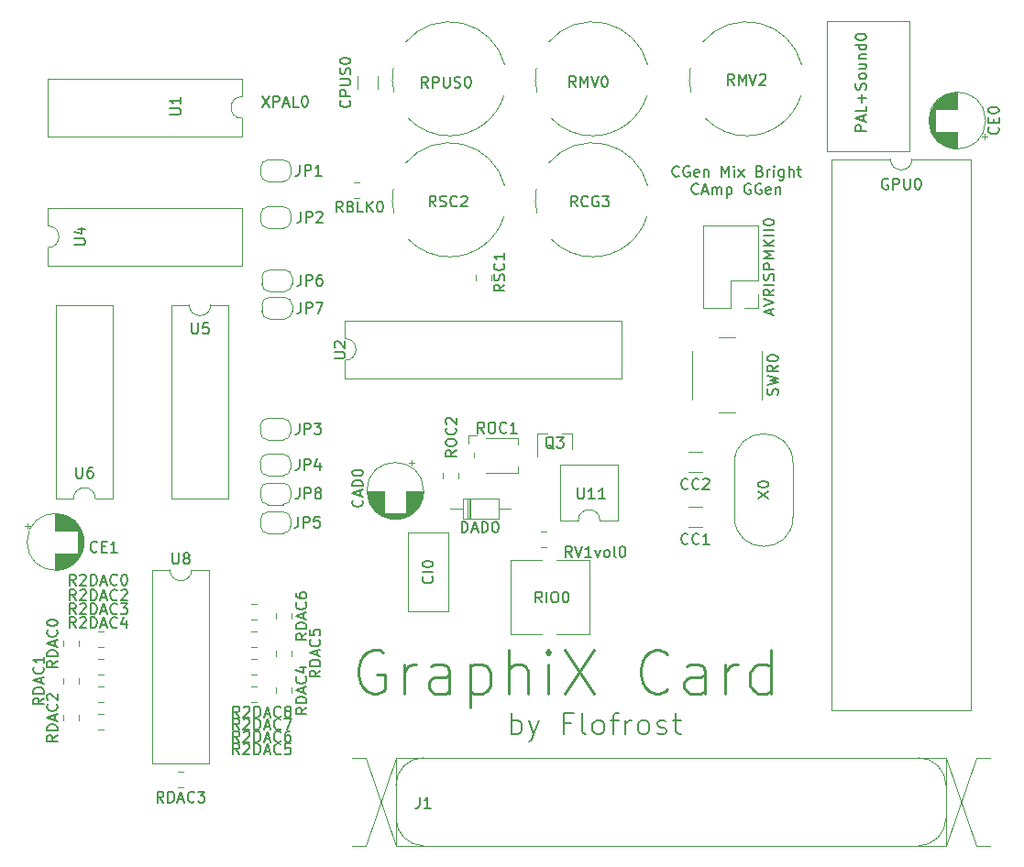
<source format=gto>
G04 #@! TF.GenerationSoftware,KiCad,Pcbnew,5.1.5+dfsg1-2build2*
G04 #@! TF.CreationDate,2021-07-08T11:40:41+02:00*
G04 #@! TF.ProjectId,GraphixCard,47726170-6869-4784-9361-72642e6b6963,rev?*
G04 #@! TF.SameCoordinates,Original*
G04 #@! TF.FileFunction,Legend,Top*
G04 #@! TF.FilePolarity,Positive*
%FSLAX46Y46*%
G04 Gerber Fmt 4.6, Leading zero omitted, Abs format (unit mm)*
G04 Created by KiCad (PCBNEW 5.1.5+dfsg1-2build2) date 2021-07-08 11:40:41*
%MOMM*%
%LPD*%
G04 APERTURE LIST*
%ADD10C,0.127000*%
%ADD11C,0.150000*%
%ADD12C,0.250000*%
%ADD13C,0.120000*%
G04 APERTURE END LIST*
D10*
X122349285Y-69927042D02*
X122301666Y-69974661D01*
X122158809Y-70022280D01*
X122063571Y-70022280D01*
X121920714Y-69974661D01*
X121825476Y-69879423D01*
X121777857Y-69784185D01*
X121730238Y-69593709D01*
X121730238Y-69450852D01*
X121777857Y-69260376D01*
X121825476Y-69165138D01*
X121920714Y-69069900D01*
X122063571Y-69022280D01*
X122158809Y-69022280D01*
X122301666Y-69069900D01*
X122349285Y-69117519D01*
X123301666Y-69069900D02*
X123206428Y-69022280D01*
X123063571Y-69022280D01*
X122920714Y-69069900D01*
X122825476Y-69165138D01*
X122777857Y-69260376D01*
X122730238Y-69450852D01*
X122730238Y-69593709D01*
X122777857Y-69784185D01*
X122825476Y-69879423D01*
X122920714Y-69974661D01*
X123063571Y-70022280D01*
X123158809Y-70022280D01*
X123301666Y-69974661D01*
X123349285Y-69927042D01*
X123349285Y-69593709D01*
X123158809Y-69593709D01*
X124158809Y-69974661D02*
X124063571Y-70022280D01*
X123873095Y-70022280D01*
X123777857Y-69974661D01*
X123730238Y-69879423D01*
X123730238Y-69498471D01*
X123777857Y-69403233D01*
X123873095Y-69355614D01*
X124063571Y-69355614D01*
X124158809Y-69403233D01*
X124206428Y-69498471D01*
X124206428Y-69593709D01*
X123730238Y-69688947D01*
X124635000Y-69355614D02*
X124635000Y-70022280D01*
X124635000Y-69450852D02*
X124682619Y-69403233D01*
X124777857Y-69355614D01*
X124920714Y-69355614D01*
X125015952Y-69403233D01*
X125063571Y-69498471D01*
X125063571Y-70022280D01*
X126301666Y-70022280D02*
X126301666Y-69022280D01*
X126635000Y-69736566D01*
X126968333Y-69022280D01*
X126968333Y-70022280D01*
X127444523Y-70022280D02*
X127444523Y-69355614D01*
X127444523Y-69022280D02*
X127396904Y-69069900D01*
X127444523Y-69117519D01*
X127492142Y-69069900D01*
X127444523Y-69022280D01*
X127444523Y-69117519D01*
X127825476Y-70022280D02*
X128349285Y-69355614D01*
X127825476Y-69355614D02*
X128349285Y-70022280D01*
X129825476Y-69498471D02*
X129968333Y-69546090D01*
X130015952Y-69593709D01*
X130063571Y-69688947D01*
X130063571Y-69831804D01*
X130015952Y-69927042D01*
X129968333Y-69974661D01*
X129873095Y-70022280D01*
X129492142Y-70022280D01*
X129492142Y-69022280D01*
X129825476Y-69022280D01*
X129920714Y-69069900D01*
X129968333Y-69117519D01*
X130015952Y-69212757D01*
X130015952Y-69307995D01*
X129968333Y-69403233D01*
X129920714Y-69450852D01*
X129825476Y-69498471D01*
X129492142Y-69498471D01*
X130492142Y-70022280D02*
X130492142Y-69355614D01*
X130492142Y-69546090D02*
X130539761Y-69450852D01*
X130587380Y-69403233D01*
X130682619Y-69355614D01*
X130777857Y-69355614D01*
X131111190Y-70022280D02*
X131111190Y-69355614D01*
X131111190Y-69022280D02*
X131063571Y-69069900D01*
X131111190Y-69117519D01*
X131158809Y-69069900D01*
X131111190Y-69022280D01*
X131111190Y-69117519D01*
X132015952Y-69355614D02*
X132015952Y-70165138D01*
X131968333Y-70260376D01*
X131920714Y-70307995D01*
X131825476Y-70355614D01*
X131682619Y-70355614D01*
X131587380Y-70307995D01*
X132015952Y-69974661D02*
X131920714Y-70022280D01*
X131730238Y-70022280D01*
X131635000Y-69974661D01*
X131587380Y-69927042D01*
X131539761Y-69831804D01*
X131539761Y-69546090D01*
X131587380Y-69450852D01*
X131635000Y-69403233D01*
X131730238Y-69355614D01*
X131920714Y-69355614D01*
X132015952Y-69403233D01*
X132492142Y-70022280D02*
X132492142Y-69022280D01*
X132920714Y-70022280D02*
X132920714Y-69498471D01*
X132873095Y-69403233D01*
X132777857Y-69355614D01*
X132635000Y-69355614D01*
X132539761Y-69403233D01*
X132492142Y-69450852D01*
X133254047Y-69355614D02*
X133635000Y-69355614D01*
X133396904Y-69022280D02*
X133396904Y-69879423D01*
X133444523Y-69974661D01*
X133539761Y-70022280D01*
X133635000Y-70022280D01*
X124135000Y-71554042D02*
X124087380Y-71601661D01*
X123944523Y-71649280D01*
X123849285Y-71649280D01*
X123706428Y-71601661D01*
X123611190Y-71506423D01*
X123563571Y-71411185D01*
X123515952Y-71220709D01*
X123515952Y-71077852D01*
X123563571Y-70887376D01*
X123611190Y-70792138D01*
X123706428Y-70696900D01*
X123849285Y-70649280D01*
X123944523Y-70649280D01*
X124087380Y-70696900D01*
X124135000Y-70744519D01*
X124515952Y-71363566D02*
X124992142Y-71363566D01*
X124420714Y-71649280D02*
X124754047Y-70649280D01*
X125087380Y-71649280D01*
X125420714Y-71649280D02*
X125420714Y-70982614D01*
X125420714Y-71077852D02*
X125468333Y-71030233D01*
X125563571Y-70982614D01*
X125706428Y-70982614D01*
X125801666Y-71030233D01*
X125849285Y-71125471D01*
X125849285Y-71649280D01*
X125849285Y-71125471D02*
X125896904Y-71030233D01*
X125992142Y-70982614D01*
X126135000Y-70982614D01*
X126230238Y-71030233D01*
X126277857Y-71125471D01*
X126277857Y-71649280D01*
X126754047Y-70982614D02*
X126754047Y-71982614D01*
X126754047Y-71030233D02*
X126849285Y-70982614D01*
X127039761Y-70982614D01*
X127135000Y-71030233D01*
X127182619Y-71077852D01*
X127230238Y-71173090D01*
X127230238Y-71458804D01*
X127182619Y-71554042D01*
X127135000Y-71601661D01*
X127039761Y-71649280D01*
X126849285Y-71649280D01*
X126754047Y-71601661D01*
X128944523Y-70696900D02*
X128849285Y-70649280D01*
X128706428Y-70649280D01*
X128563571Y-70696900D01*
X128468333Y-70792138D01*
X128420714Y-70887376D01*
X128373095Y-71077852D01*
X128373095Y-71220709D01*
X128420714Y-71411185D01*
X128468333Y-71506423D01*
X128563571Y-71601661D01*
X128706428Y-71649280D01*
X128801666Y-71649280D01*
X128944523Y-71601661D01*
X128992142Y-71554042D01*
X128992142Y-71220709D01*
X128801666Y-71220709D01*
X129944523Y-70696900D02*
X129849285Y-70649280D01*
X129706428Y-70649280D01*
X129563571Y-70696900D01*
X129468333Y-70792138D01*
X129420714Y-70887376D01*
X129373095Y-71077852D01*
X129373095Y-71220709D01*
X129420714Y-71411185D01*
X129468333Y-71506423D01*
X129563571Y-71601661D01*
X129706428Y-71649280D01*
X129801666Y-71649280D01*
X129944523Y-71601661D01*
X129992142Y-71554042D01*
X129992142Y-71220709D01*
X129801666Y-71220709D01*
X130801666Y-71601661D02*
X130706428Y-71649280D01*
X130515952Y-71649280D01*
X130420714Y-71601661D01*
X130373095Y-71506423D01*
X130373095Y-71125471D01*
X130420714Y-71030233D01*
X130515952Y-70982614D01*
X130706428Y-70982614D01*
X130801666Y-71030233D01*
X130849285Y-71125471D01*
X130849285Y-71220709D01*
X130373095Y-71315947D01*
X131277857Y-70982614D02*
X131277857Y-71649280D01*
X131277857Y-71077852D02*
X131325476Y-71030233D01*
X131420714Y-70982614D01*
X131563571Y-70982614D01*
X131658809Y-71030233D01*
X131706428Y-71125471D01*
X131706428Y-71649280D01*
D11*
X106839714Y-121554761D02*
X106839714Y-119554761D01*
X106839714Y-120316666D02*
X107030190Y-120221428D01*
X107411142Y-120221428D01*
X107601619Y-120316666D01*
X107696857Y-120411904D01*
X107792095Y-120602380D01*
X107792095Y-121173809D01*
X107696857Y-121364285D01*
X107601619Y-121459523D01*
X107411142Y-121554761D01*
X107030190Y-121554761D01*
X106839714Y-121459523D01*
X108458761Y-120221428D02*
X108934952Y-121554761D01*
X109411142Y-120221428D02*
X108934952Y-121554761D01*
X108744476Y-122030952D01*
X108649238Y-122126190D01*
X108458761Y-122221428D01*
X112363523Y-120507142D02*
X111696857Y-120507142D01*
X111696857Y-121554761D02*
X111696857Y-119554761D01*
X112649238Y-119554761D01*
X113696857Y-121554761D02*
X113506380Y-121459523D01*
X113411142Y-121269047D01*
X113411142Y-119554761D01*
X114744476Y-121554761D02*
X114554000Y-121459523D01*
X114458761Y-121364285D01*
X114363523Y-121173809D01*
X114363523Y-120602380D01*
X114458761Y-120411904D01*
X114554000Y-120316666D01*
X114744476Y-120221428D01*
X115030190Y-120221428D01*
X115220666Y-120316666D01*
X115315904Y-120411904D01*
X115411142Y-120602380D01*
X115411142Y-121173809D01*
X115315904Y-121364285D01*
X115220666Y-121459523D01*
X115030190Y-121554761D01*
X114744476Y-121554761D01*
X115982571Y-120221428D02*
X116744476Y-120221428D01*
X116268285Y-121554761D02*
X116268285Y-119840476D01*
X116363523Y-119650000D01*
X116554000Y-119554761D01*
X116744476Y-119554761D01*
X117411142Y-121554761D02*
X117411142Y-120221428D01*
X117411142Y-120602380D02*
X117506380Y-120411904D01*
X117601619Y-120316666D01*
X117792095Y-120221428D01*
X117982571Y-120221428D01*
X118934952Y-121554761D02*
X118744476Y-121459523D01*
X118649238Y-121364285D01*
X118554000Y-121173809D01*
X118554000Y-120602380D01*
X118649238Y-120411904D01*
X118744476Y-120316666D01*
X118934952Y-120221428D01*
X119220666Y-120221428D01*
X119411142Y-120316666D01*
X119506380Y-120411904D01*
X119601619Y-120602380D01*
X119601619Y-121173809D01*
X119506380Y-121364285D01*
X119411142Y-121459523D01*
X119220666Y-121554761D01*
X118934952Y-121554761D01*
X120363523Y-121459523D02*
X120554000Y-121554761D01*
X120934952Y-121554761D01*
X121125428Y-121459523D01*
X121220666Y-121269047D01*
X121220666Y-121173809D01*
X121125428Y-120983333D01*
X120934952Y-120888095D01*
X120649238Y-120888095D01*
X120458761Y-120792857D01*
X120363523Y-120602380D01*
X120363523Y-120507142D01*
X120458761Y-120316666D01*
X120649238Y-120221428D01*
X120934952Y-120221428D01*
X121125428Y-120316666D01*
X121792095Y-120221428D02*
X122554000Y-120221428D01*
X122077809Y-119554761D02*
X122077809Y-121269047D01*
X122173047Y-121459523D01*
X122363523Y-121554761D01*
X122554000Y-121554761D01*
D12*
X95029857Y-113951000D02*
X94648904Y-113760523D01*
X94077476Y-113760523D01*
X93506047Y-113951000D01*
X93125095Y-114331952D01*
X92934619Y-114712904D01*
X92744142Y-115474809D01*
X92744142Y-116046238D01*
X92934619Y-116808142D01*
X93125095Y-117189095D01*
X93506047Y-117570047D01*
X94077476Y-117760523D01*
X94458428Y-117760523D01*
X95029857Y-117570047D01*
X95220333Y-117379571D01*
X95220333Y-116046238D01*
X94458428Y-116046238D01*
X96934619Y-117760523D02*
X96934619Y-115093857D01*
X96934619Y-115855761D02*
X97125095Y-115474809D01*
X97315571Y-115284333D01*
X97696523Y-115093857D01*
X98077476Y-115093857D01*
X101125095Y-117760523D02*
X101125095Y-115665285D01*
X100934619Y-115284333D01*
X100553666Y-115093857D01*
X99791761Y-115093857D01*
X99410809Y-115284333D01*
X101125095Y-117570047D02*
X100744142Y-117760523D01*
X99791761Y-117760523D01*
X99410809Y-117570047D01*
X99220333Y-117189095D01*
X99220333Y-116808142D01*
X99410809Y-116427190D01*
X99791761Y-116236714D01*
X100744142Y-116236714D01*
X101125095Y-116046238D01*
X103029857Y-115093857D02*
X103029857Y-119093857D01*
X103029857Y-115284333D02*
X103410809Y-115093857D01*
X104172714Y-115093857D01*
X104553666Y-115284333D01*
X104744142Y-115474809D01*
X104934619Y-115855761D01*
X104934619Y-116998619D01*
X104744142Y-117379571D01*
X104553666Y-117570047D01*
X104172714Y-117760523D01*
X103410809Y-117760523D01*
X103029857Y-117570047D01*
X106648904Y-117760523D02*
X106648904Y-113760523D01*
X108363190Y-117760523D02*
X108363190Y-115665285D01*
X108172714Y-115284333D01*
X107791761Y-115093857D01*
X107220333Y-115093857D01*
X106839380Y-115284333D01*
X106648904Y-115474809D01*
X110267952Y-117760523D02*
X110267952Y-115093857D01*
X110267952Y-113760523D02*
X110077476Y-113951000D01*
X110267952Y-114141476D01*
X110458428Y-113951000D01*
X110267952Y-113760523D01*
X110267952Y-114141476D01*
X111791761Y-113760523D02*
X114458428Y-117760523D01*
X114458428Y-113760523D02*
X111791761Y-117760523D01*
X121315571Y-117379571D02*
X121125095Y-117570047D01*
X120553666Y-117760523D01*
X120172714Y-117760523D01*
X119601285Y-117570047D01*
X119220333Y-117189095D01*
X119029857Y-116808142D01*
X118839380Y-116046238D01*
X118839380Y-115474809D01*
X119029857Y-114712904D01*
X119220333Y-114331952D01*
X119601285Y-113951000D01*
X120172714Y-113760523D01*
X120553666Y-113760523D01*
X121125095Y-113951000D01*
X121315571Y-114141476D01*
X124744142Y-117760523D02*
X124744142Y-115665285D01*
X124553666Y-115284333D01*
X124172714Y-115093857D01*
X123410809Y-115093857D01*
X123029857Y-115284333D01*
X124744142Y-117570047D02*
X124363190Y-117760523D01*
X123410809Y-117760523D01*
X123029857Y-117570047D01*
X122839380Y-117189095D01*
X122839380Y-116808142D01*
X123029857Y-116427190D01*
X123410809Y-116236714D01*
X124363190Y-116236714D01*
X124744142Y-116046238D01*
X126648904Y-117760523D02*
X126648904Y-115093857D01*
X126648904Y-115855761D02*
X126839380Y-115474809D01*
X127029857Y-115284333D01*
X127410809Y-115093857D01*
X127791761Y-115093857D01*
X130839380Y-117760523D02*
X130839380Y-113760523D01*
X130839380Y-117570047D02*
X130458428Y-117760523D01*
X129696523Y-117760523D01*
X129315571Y-117570047D01*
X129125095Y-117379571D01*
X128934619Y-116998619D01*
X128934619Y-115855761D01*
X129125095Y-115474809D01*
X129315571Y-115284333D01*
X129696523Y-115093857D01*
X130458428Y-115093857D01*
X130839380Y-115284333D01*
D13*
X136017000Y-55626000D02*
X143637000Y-55626000D01*
X136017000Y-67691000D02*
X136017000Y-55626000D01*
X143637000Y-67691000D02*
X136017000Y-67691000D01*
X143637000Y-55626000D02*
X143637000Y-67691000D01*
X66437000Y-99755000D02*
G75*
G02X68437000Y-99755000I1000000J0D01*
G01*
X68437000Y-99755000D02*
X70087000Y-99755000D01*
X70087000Y-99755000D02*
X70087000Y-81855000D01*
X70087000Y-81855000D02*
X64787000Y-81855000D01*
X64787000Y-81855000D02*
X64787000Y-99755000D01*
X64787000Y-99755000D02*
X66437000Y-99755000D01*
X96202500Y-123698000D02*
X96202500Y-131826000D01*
X96202500Y-123698000D02*
X98742500Y-123698000D01*
X93408500Y-131826000D02*
X96202500Y-123698000D01*
X92138500Y-131826000D02*
X93408500Y-131826000D01*
X93408500Y-123698000D02*
X92138500Y-123698000D01*
X96202500Y-131826000D02*
X93408500Y-123698000D01*
X98742500Y-131826000D02*
X96202500Y-131826000D01*
X147002500Y-123698000D02*
X147002500Y-131826000D01*
X147002500Y-123698000D02*
X144462500Y-123698000D01*
X149796500Y-131826000D02*
X147002500Y-123698000D01*
X151066500Y-131826000D02*
X149796500Y-131826000D01*
X149796500Y-123698000D02*
X151066500Y-123698000D01*
X147002500Y-131826000D02*
X149796500Y-123698000D01*
X144462500Y-131826000D02*
X147002500Y-131826000D01*
X147002500Y-126238000D02*
X147002500Y-129286000D01*
X144462500Y-131826000D02*
X98742500Y-131826000D01*
X96202500Y-129286000D02*
X96202500Y-126238000D01*
X98742500Y-123698000D02*
X144462500Y-123698000D01*
X147002500Y-129286000D02*
G75*
G02X144462500Y-131826000I-2540000J0D01*
G01*
X144462500Y-123698000D02*
G75*
G02X147002500Y-126238000I0J-2540000D01*
G01*
X96202500Y-126238000D02*
G75*
G02X98742500Y-123698000I2540000J0D01*
G01*
X98742500Y-131826000D02*
G75*
G02X96202500Y-129286000I0J2540000D01*
G01*
X143875000Y-68393000D02*
G75*
G02X141875000Y-68393000I-1000000J0D01*
G01*
X141875000Y-68393000D02*
X136415000Y-68393000D01*
X136415000Y-68393000D02*
X136415000Y-119313000D01*
X136415000Y-119313000D02*
X149335000Y-119313000D01*
X149335000Y-119313000D02*
X149335000Y-68393000D01*
X149335000Y-68393000D02*
X143875000Y-68393000D01*
X112451000Y-93728000D02*
X111521000Y-93728000D01*
X109291000Y-93728000D02*
X110221000Y-93728000D01*
X109291000Y-93728000D02*
X109291000Y-95888000D01*
X112451000Y-93728000D02*
X112451000Y-95188000D01*
X102373000Y-99791000D02*
X102373000Y-101631000D01*
X102373000Y-101631000D02*
X105653000Y-101631000D01*
X105653000Y-101631000D02*
X105653000Y-99791000D01*
X105653000Y-99791000D02*
X102373000Y-99791000D01*
X101193000Y-100711000D02*
X102373000Y-100711000D01*
X106833000Y-100711000D02*
X105653000Y-100711000D01*
X102949000Y-99791000D02*
X102949000Y-101631000D01*
X103069000Y-99791000D02*
X103069000Y-101631000D01*
X102829000Y-99791000D02*
X102829000Y-101631000D01*
X110113578Y-104215000D02*
X109596422Y-104215000D01*
X110113578Y-102795000D02*
X109596422Y-102795000D01*
X66877000Y-113415578D02*
X66877000Y-112898422D01*
X65457000Y-113415578D02*
X65457000Y-112898422D01*
X85790000Y-98314000D02*
G75*
G02X86490000Y-99014000I0J-700000D01*
G01*
X86490000Y-99614000D02*
G75*
G02X85790000Y-100314000I-700000J0D01*
G01*
X84390000Y-100314000D02*
G75*
G02X83690000Y-99614000I0J700000D01*
G01*
X83690000Y-99014000D02*
G75*
G02X84390000Y-98314000I700000J0D01*
G01*
X83690000Y-99614000D02*
X83690000Y-99014000D01*
X85790000Y-100314000D02*
X84390000Y-100314000D01*
X86490000Y-99014000D02*
X86490000Y-99614000D01*
X84390000Y-98314000D02*
X85790000Y-98314000D01*
X68702422Y-116026000D02*
X69219578Y-116026000D01*
X68702422Y-114606000D02*
X69219578Y-114606000D01*
X68702422Y-113486000D02*
X69219578Y-113486000D01*
X68702422Y-112066000D02*
X69219578Y-112066000D01*
X104977000Y-79116422D02*
X104977000Y-79633578D01*
X103557000Y-79116422D02*
X103557000Y-79633578D01*
X113046000Y-101787000D02*
G75*
G02X115046000Y-101787000I1000000J0D01*
G01*
X115046000Y-101787000D02*
X116696000Y-101787000D01*
X116696000Y-101787000D02*
X116696000Y-96587000D01*
X116696000Y-96587000D02*
X111396000Y-96587000D01*
X111396000Y-96587000D02*
X111396000Y-101787000D01*
X111396000Y-101787000D02*
X113046000Y-101787000D01*
X85917000Y-81169000D02*
G75*
G02X86617000Y-81869000I0J-700000D01*
G01*
X86617000Y-82469000D02*
G75*
G02X85917000Y-83169000I-700000J0D01*
G01*
X84517000Y-83169000D02*
G75*
G02X83817000Y-82469000I0J700000D01*
G01*
X83817000Y-81869000D02*
G75*
G02X84517000Y-81169000I700000J0D01*
G01*
X83817000Y-82469000D02*
X83817000Y-81869000D01*
X85917000Y-83169000D02*
X84517000Y-83169000D01*
X86617000Y-81869000D02*
X86617000Y-82469000D01*
X84517000Y-81169000D02*
X85917000Y-81169000D01*
X78977000Y-106343000D02*
X77327000Y-106343000D01*
X78977000Y-124243000D02*
X78977000Y-106343000D01*
X73677000Y-124243000D02*
X78977000Y-124243000D01*
X73677000Y-106343000D02*
X73677000Y-124243000D01*
X75327000Y-106343000D02*
X73677000Y-106343000D01*
X77327000Y-106343000D02*
G75*
G02X75327000Y-106343000I-1000000J0D01*
G01*
X132875000Y-96473000D02*
G75*
G03X127475000Y-96473000I-2700000J0D01*
G01*
X132875000Y-101473000D02*
G75*
G02X127475000Y-101473000I-2700000J0D01*
G01*
X132875000Y-101473000D02*
X132875000Y-96473000D01*
X127475000Y-101473000D02*
X127475000Y-96473000D01*
X119386726Y-62517799D02*
G75*
G02X114347000Y-66247000I-5039726J1540799D01*
G01*
X110310379Y-57588525D02*
G75*
G02X119461000Y-59703000I4036621J-3388475D01*
G01*
X109232609Y-62251881D02*
G75*
G02X109173000Y-59971000I5114391J1274881D01*
G01*
X114439030Y-66246357D02*
G75*
G02X110556000Y-64638000I-92030J5269357D01*
G01*
X85775000Y-95647000D02*
G75*
G02X86475000Y-96347000I0J-700000D01*
G01*
X86475000Y-96947000D02*
G75*
G02X85775000Y-97647000I-700000J0D01*
G01*
X84375000Y-97647000D02*
G75*
G02X83675000Y-96947000I0J700000D01*
G01*
X83675000Y-96347000D02*
G75*
G02X84375000Y-95647000I700000J0D01*
G01*
X83675000Y-96947000D02*
X83675000Y-96347000D01*
X85775000Y-97647000D02*
X84375000Y-97647000D01*
X86475000Y-96347000D02*
X86475000Y-96947000D01*
X84375000Y-95647000D02*
X85775000Y-95647000D01*
X79105000Y-81855000D02*
G75*
G02X77105000Y-81855000I-1000000J0D01*
G01*
X77105000Y-81855000D02*
X75455000Y-81855000D01*
X75455000Y-81855000D02*
X75455000Y-99755000D01*
X75455000Y-99755000D02*
X80755000Y-99755000D01*
X80755000Y-99755000D02*
X80755000Y-81855000D01*
X80755000Y-81855000D02*
X79105000Y-81855000D01*
X106178726Y-62517799D02*
G75*
G02X101139000Y-66247000I-5039726J1540799D01*
G01*
X97102379Y-57588525D02*
G75*
G02X106253000Y-59703000I4036621J-3388475D01*
G01*
X96024609Y-62251881D02*
G75*
G02X95965000Y-59971000I5114391J1274881D01*
G01*
X101231030Y-66246357D02*
G75*
G02X97348000Y-64638000I-92030J5269357D01*
G01*
X133610726Y-62517799D02*
G75*
G02X128571000Y-66247000I-5039726J1540799D01*
G01*
X124534379Y-57588525D02*
G75*
G02X133685000Y-59703000I4036621J-3388475D01*
G01*
X123456609Y-62251881D02*
G75*
G02X123397000Y-59971000I5114391J1274881D01*
G01*
X128663030Y-66246357D02*
G75*
G02X124780000Y-64638000I-92030J5269357D01*
G01*
X103437000Y-95558000D02*
X103437000Y-95958000D01*
X104537000Y-94158000D02*
X107437000Y-94158000D01*
X107437000Y-94158000D02*
X107437000Y-94758000D01*
X104537000Y-97358000D02*
X107437000Y-97358000D01*
X107437000Y-97358000D02*
X107437000Y-96758000D01*
X103637000Y-93958000D02*
X102937000Y-93958000D01*
X102937000Y-93958000D02*
X102937000Y-94658000D01*
X85805000Y-72787000D02*
G75*
G02X86505000Y-73487000I0J-700000D01*
G01*
X86505000Y-74087000D02*
G75*
G02X85805000Y-74787000I-700000J0D01*
G01*
X84405000Y-74787000D02*
G75*
G02X83705000Y-74087000I0J700000D01*
G01*
X83705000Y-73487000D02*
G75*
G02X84405000Y-72787000I700000J0D01*
G01*
X83705000Y-74087000D02*
X83705000Y-73487000D01*
X85805000Y-74787000D02*
X84405000Y-74787000D01*
X86505000Y-73487000D02*
X86505000Y-74087000D01*
X84405000Y-72787000D02*
X85805000Y-72787000D01*
X62199225Y-102034000D02*
X62199225Y-102534000D01*
X61949225Y-102284000D02*
X62449225Y-102284000D01*
X67355000Y-103475000D02*
X67355000Y-104043000D01*
X67315000Y-103241000D02*
X67315000Y-104277000D01*
X67275000Y-103082000D02*
X67275000Y-104436000D01*
X67235000Y-102954000D02*
X67235000Y-104564000D01*
X67195000Y-102844000D02*
X67195000Y-104674000D01*
X67155000Y-102748000D02*
X67155000Y-104770000D01*
X67115000Y-102661000D02*
X67115000Y-104857000D01*
X67075000Y-102581000D02*
X67075000Y-104937000D01*
X67035000Y-102508000D02*
X67035000Y-105010000D01*
X66995000Y-102440000D02*
X66995000Y-105078000D01*
X66955000Y-102376000D02*
X66955000Y-105142000D01*
X66915000Y-102316000D02*
X66915000Y-105202000D01*
X66875000Y-102259000D02*
X66875000Y-105259000D01*
X66835000Y-102205000D02*
X66835000Y-105313000D01*
X66795000Y-102154000D02*
X66795000Y-105364000D01*
X66755000Y-104799000D02*
X66755000Y-105412000D01*
X66755000Y-102106000D02*
X66755000Y-102719000D01*
X66715000Y-104799000D02*
X66715000Y-105458000D01*
X66715000Y-102060000D02*
X66715000Y-102719000D01*
X66675000Y-104799000D02*
X66675000Y-105502000D01*
X66675000Y-102016000D02*
X66675000Y-102719000D01*
X66635000Y-104799000D02*
X66635000Y-105544000D01*
X66635000Y-101974000D02*
X66635000Y-102719000D01*
X66595000Y-104799000D02*
X66595000Y-105585000D01*
X66595000Y-101933000D02*
X66595000Y-102719000D01*
X66555000Y-104799000D02*
X66555000Y-105623000D01*
X66555000Y-101895000D02*
X66555000Y-102719000D01*
X66515000Y-104799000D02*
X66515000Y-105660000D01*
X66515000Y-101858000D02*
X66515000Y-102719000D01*
X66475000Y-104799000D02*
X66475000Y-105696000D01*
X66475000Y-101822000D02*
X66475000Y-102719000D01*
X66435000Y-104799000D02*
X66435000Y-105730000D01*
X66435000Y-101788000D02*
X66435000Y-102719000D01*
X66395000Y-104799000D02*
X66395000Y-105763000D01*
X66395000Y-101755000D02*
X66395000Y-102719000D01*
X66355000Y-104799000D02*
X66355000Y-105794000D01*
X66355000Y-101724000D02*
X66355000Y-102719000D01*
X66315000Y-104799000D02*
X66315000Y-105824000D01*
X66315000Y-101694000D02*
X66315000Y-102719000D01*
X66275000Y-104799000D02*
X66275000Y-105854000D01*
X66275000Y-101664000D02*
X66275000Y-102719000D01*
X66235000Y-104799000D02*
X66235000Y-105881000D01*
X66235000Y-101637000D02*
X66235000Y-102719000D01*
X66195000Y-104799000D02*
X66195000Y-105908000D01*
X66195000Y-101610000D02*
X66195000Y-102719000D01*
X66155000Y-104799000D02*
X66155000Y-105934000D01*
X66155000Y-101584000D02*
X66155000Y-102719000D01*
X66115000Y-104799000D02*
X66115000Y-105959000D01*
X66115000Y-101559000D02*
X66115000Y-102719000D01*
X66075000Y-104799000D02*
X66075000Y-105983000D01*
X66075000Y-101535000D02*
X66075000Y-102719000D01*
X66035000Y-104799000D02*
X66035000Y-106006000D01*
X66035000Y-101512000D02*
X66035000Y-102719000D01*
X65995000Y-104799000D02*
X65995000Y-106027000D01*
X65995000Y-101491000D02*
X65995000Y-102719000D01*
X65955000Y-104799000D02*
X65955000Y-106049000D01*
X65955000Y-101469000D02*
X65955000Y-102719000D01*
X65915000Y-104799000D02*
X65915000Y-106069000D01*
X65915000Y-101449000D02*
X65915000Y-102719000D01*
X65875000Y-104799000D02*
X65875000Y-106088000D01*
X65875000Y-101430000D02*
X65875000Y-102719000D01*
X65835000Y-104799000D02*
X65835000Y-106107000D01*
X65835000Y-101411000D02*
X65835000Y-102719000D01*
X65795000Y-104799000D02*
X65795000Y-106124000D01*
X65795000Y-101394000D02*
X65795000Y-102719000D01*
X65755000Y-104799000D02*
X65755000Y-106141000D01*
X65755000Y-101377000D02*
X65755000Y-102719000D01*
X65715000Y-104799000D02*
X65715000Y-106157000D01*
X65715000Y-101361000D02*
X65715000Y-102719000D01*
X65675000Y-104799000D02*
X65675000Y-106173000D01*
X65675000Y-101345000D02*
X65675000Y-102719000D01*
X65635000Y-104799000D02*
X65635000Y-106187000D01*
X65635000Y-101331000D02*
X65635000Y-102719000D01*
X65595000Y-104799000D02*
X65595000Y-106201000D01*
X65595000Y-101317000D02*
X65595000Y-102719000D01*
X65555000Y-104799000D02*
X65555000Y-106214000D01*
X65555000Y-101304000D02*
X65555000Y-102719000D01*
X65515000Y-104799000D02*
X65515000Y-106227000D01*
X65515000Y-101291000D02*
X65515000Y-102719000D01*
X65475000Y-104799000D02*
X65475000Y-106239000D01*
X65475000Y-101279000D02*
X65475000Y-102719000D01*
X65434000Y-104799000D02*
X65434000Y-106250000D01*
X65434000Y-101268000D02*
X65434000Y-102719000D01*
X65394000Y-104799000D02*
X65394000Y-106260000D01*
X65394000Y-101258000D02*
X65394000Y-102719000D01*
X65354000Y-104799000D02*
X65354000Y-106270000D01*
X65354000Y-101248000D02*
X65354000Y-102719000D01*
X65314000Y-104799000D02*
X65314000Y-106279000D01*
X65314000Y-101239000D02*
X65314000Y-102719000D01*
X65274000Y-104799000D02*
X65274000Y-106287000D01*
X65274000Y-101231000D02*
X65274000Y-102719000D01*
X65234000Y-104799000D02*
X65234000Y-106295000D01*
X65234000Y-101223000D02*
X65234000Y-102719000D01*
X65194000Y-104799000D02*
X65194000Y-106302000D01*
X65194000Y-101216000D02*
X65194000Y-102719000D01*
X65154000Y-104799000D02*
X65154000Y-106309000D01*
X65154000Y-101209000D02*
X65154000Y-102719000D01*
X65114000Y-104799000D02*
X65114000Y-106315000D01*
X65114000Y-101203000D02*
X65114000Y-102719000D01*
X65074000Y-104799000D02*
X65074000Y-106320000D01*
X65074000Y-101198000D02*
X65074000Y-102719000D01*
X65034000Y-104799000D02*
X65034000Y-106324000D01*
X65034000Y-101194000D02*
X65034000Y-102719000D01*
X64994000Y-104799000D02*
X64994000Y-106328000D01*
X64994000Y-101190000D02*
X64994000Y-102719000D01*
X64954000Y-104799000D02*
X64954000Y-106332000D01*
X64954000Y-101186000D02*
X64954000Y-102719000D01*
X64914000Y-104799000D02*
X64914000Y-106335000D01*
X64914000Y-101183000D02*
X64914000Y-102719000D01*
X64874000Y-104799000D02*
X64874000Y-106337000D01*
X64874000Y-101181000D02*
X64874000Y-102719000D01*
X64834000Y-104799000D02*
X64834000Y-106338000D01*
X64834000Y-101180000D02*
X64834000Y-102719000D01*
X64794000Y-101179000D02*
X64794000Y-102719000D01*
X64794000Y-104799000D02*
X64794000Y-106339000D01*
X64754000Y-101179000D02*
X64754000Y-102719000D01*
X64754000Y-104799000D02*
X64754000Y-106339000D01*
X67374000Y-103759000D02*
G75*
G03X67374000Y-103759000I-2620000J0D01*
G01*
X76585578Y-125020000D02*
X76068422Y-125020000D01*
X76585578Y-126440000D02*
X76068422Y-126440000D01*
X66877000Y-120273578D02*
X66877000Y-119756422D01*
X65457000Y-120273578D02*
X65457000Y-119756422D01*
X66877000Y-116844578D02*
X66877000Y-116327422D01*
X65457000Y-116844578D02*
X65457000Y-116327422D01*
X85142000Y-110358422D02*
X85142000Y-110875578D01*
X86562000Y-110358422D02*
X86562000Y-110875578D01*
X101057000Y-102893000D02*
X101057000Y-110133000D01*
X97317000Y-102893000D02*
X97317000Y-110133000D01*
X101057000Y-102893000D02*
X97317000Y-102893000D01*
X101057000Y-110133000D02*
X97317000Y-110133000D01*
X85790000Y-100981000D02*
G75*
G02X86490000Y-101681000I0J-700000D01*
G01*
X86490000Y-102281000D02*
G75*
G02X85790000Y-102981000I-700000J0D01*
G01*
X84390000Y-102981000D02*
G75*
G02X83690000Y-102281000I0J700000D01*
G01*
X83690000Y-101681000D02*
G75*
G02X84390000Y-100981000I700000J0D01*
G01*
X83690000Y-102281000D02*
X83690000Y-101681000D01*
X85790000Y-102981000D02*
X84390000Y-102981000D01*
X86490000Y-101681000D02*
X86490000Y-102281000D01*
X84390000Y-100981000D02*
X85790000Y-100981000D01*
X85917000Y-78629000D02*
G75*
G02X86617000Y-79329000I0J-700000D01*
G01*
X86617000Y-79929000D02*
G75*
G02X85917000Y-80629000I-700000J0D01*
G01*
X84517000Y-80629000D02*
G75*
G02X83817000Y-79929000I0J700000D01*
G01*
X83817000Y-79329000D02*
G75*
G02X84517000Y-78629000I700000J0D01*
G01*
X83817000Y-79929000D02*
X83817000Y-79329000D01*
X85917000Y-80629000D02*
X84517000Y-80629000D01*
X86617000Y-79329000D02*
X86617000Y-79929000D01*
X84517000Y-78629000D02*
X85917000Y-78629000D01*
X124474000Y-95473000D02*
X123216000Y-95473000D01*
X124474000Y-97313000D02*
X123216000Y-97313000D01*
X124474000Y-100553000D02*
X123216000Y-100553000D01*
X124474000Y-102393000D02*
X123216000Y-102393000D01*
X100509000Y-97921578D02*
X100509000Y-97404422D01*
X101929000Y-97921578D02*
X101929000Y-97404422D01*
X83316578Y-109526000D02*
X82799422Y-109526000D01*
X83316578Y-110946000D02*
X82799422Y-110946000D01*
X83316578Y-112066000D02*
X82799422Y-112066000D01*
X83316578Y-113486000D02*
X82799422Y-113486000D01*
X83365078Y-114606000D02*
X82847922Y-114606000D01*
X83365078Y-116026000D02*
X82847922Y-116026000D01*
X106178726Y-73693799D02*
G75*
G02X101139000Y-77423000I-5039726J1540799D01*
G01*
X97102379Y-68764525D02*
G75*
G02X106253000Y-70879000I4036621J-3388475D01*
G01*
X96024609Y-73427881D02*
G75*
G02X95965000Y-71147000I5114391J1274881D01*
G01*
X101231030Y-77422357D02*
G75*
G02X97348000Y-75814000I-92030J5269357D01*
G01*
X129667000Y-79629000D02*
X129667000Y-74549000D01*
X127127000Y-79629000D02*
X129667000Y-79629000D01*
X127127000Y-82169000D02*
X127127000Y-79629000D01*
X124587000Y-82169000D02*
X127127000Y-82169000D01*
X124587000Y-79629000D02*
X124587000Y-82169000D01*
X129667000Y-82169000D02*
X128397000Y-82169000D01*
X129667000Y-80899000D02*
X129667000Y-82169000D01*
X124587000Y-79629000D02*
X124587000Y-74549000D01*
X129667000Y-74549000D02*
X124587000Y-74549000D01*
X106803000Y-112259000D02*
X106803000Y-105419000D01*
X114043000Y-112259000D02*
X114043000Y-105419000D01*
X109713000Y-105419000D02*
X106803000Y-105419000D01*
X114043000Y-105419000D02*
X111013000Y-105419000D01*
X109713000Y-112259000D02*
X106803000Y-112259000D01*
X114043000Y-112259000D02*
X111013000Y-112259000D01*
X98759000Y-99044000D02*
G75*
G03X98759000Y-99044000I-2620000J0D01*
G01*
X95099000Y-99044000D02*
X93559000Y-99044000D01*
X98719000Y-99044000D02*
X97179000Y-99044000D01*
X95099000Y-99084000D02*
X93559000Y-99084000D01*
X98719000Y-99084000D02*
X97179000Y-99084000D01*
X98718000Y-99124000D02*
X97179000Y-99124000D01*
X95099000Y-99124000D02*
X93560000Y-99124000D01*
X98717000Y-99164000D02*
X97179000Y-99164000D01*
X95099000Y-99164000D02*
X93561000Y-99164000D01*
X98715000Y-99204000D02*
X97179000Y-99204000D01*
X95099000Y-99204000D02*
X93563000Y-99204000D01*
X98712000Y-99244000D02*
X97179000Y-99244000D01*
X95099000Y-99244000D02*
X93566000Y-99244000D01*
X98708000Y-99284000D02*
X97179000Y-99284000D01*
X95099000Y-99284000D02*
X93570000Y-99284000D01*
X98704000Y-99324000D02*
X97179000Y-99324000D01*
X95099000Y-99324000D02*
X93574000Y-99324000D01*
X98700000Y-99364000D02*
X97179000Y-99364000D01*
X95099000Y-99364000D02*
X93578000Y-99364000D01*
X98695000Y-99404000D02*
X97179000Y-99404000D01*
X95099000Y-99404000D02*
X93583000Y-99404000D01*
X98689000Y-99444000D02*
X97179000Y-99444000D01*
X95099000Y-99444000D02*
X93589000Y-99444000D01*
X98682000Y-99484000D02*
X97179000Y-99484000D01*
X95099000Y-99484000D02*
X93596000Y-99484000D01*
X98675000Y-99524000D02*
X97179000Y-99524000D01*
X95099000Y-99524000D02*
X93603000Y-99524000D01*
X98667000Y-99564000D02*
X97179000Y-99564000D01*
X95099000Y-99564000D02*
X93611000Y-99564000D01*
X98659000Y-99604000D02*
X97179000Y-99604000D01*
X95099000Y-99604000D02*
X93619000Y-99604000D01*
X98650000Y-99644000D02*
X97179000Y-99644000D01*
X95099000Y-99644000D02*
X93628000Y-99644000D01*
X98640000Y-99684000D02*
X97179000Y-99684000D01*
X95099000Y-99684000D02*
X93638000Y-99684000D01*
X98630000Y-99724000D02*
X97179000Y-99724000D01*
X95099000Y-99724000D02*
X93648000Y-99724000D01*
X98619000Y-99765000D02*
X97179000Y-99765000D01*
X95099000Y-99765000D02*
X93659000Y-99765000D01*
X98607000Y-99805000D02*
X97179000Y-99805000D01*
X95099000Y-99805000D02*
X93671000Y-99805000D01*
X98594000Y-99845000D02*
X97179000Y-99845000D01*
X95099000Y-99845000D02*
X93684000Y-99845000D01*
X98581000Y-99885000D02*
X97179000Y-99885000D01*
X95099000Y-99885000D02*
X93697000Y-99885000D01*
X98567000Y-99925000D02*
X97179000Y-99925000D01*
X95099000Y-99925000D02*
X93711000Y-99925000D01*
X98553000Y-99965000D02*
X97179000Y-99965000D01*
X95099000Y-99965000D02*
X93725000Y-99965000D01*
X98537000Y-100005000D02*
X97179000Y-100005000D01*
X95099000Y-100005000D02*
X93741000Y-100005000D01*
X98521000Y-100045000D02*
X97179000Y-100045000D01*
X95099000Y-100045000D02*
X93757000Y-100045000D01*
X98504000Y-100085000D02*
X97179000Y-100085000D01*
X95099000Y-100085000D02*
X93774000Y-100085000D01*
X98487000Y-100125000D02*
X97179000Y-100125000D01*
X95099000Y-100125000D02*
X93791000Y-100125000D01*
X98468000Y-100165000D02*
X97179000Y-100165000D01*
X95099000Y-100165000D02*
X93810000Y-100165000D01*
X98449000Y-100205000D02*
X97179000Y-100205000D01*
X95099000Y-100205000D02*
X93829000Y-100205000D01*
X98429000Y-100245000D02*
X97179000Y-100245000D01*
X95099000Y-100245000D02*
X93849000Y-100245000D01*
X98407000Y-100285000D02*
X97179000Y-100285000D01*
X95099000Y-100285000D02*
X93871000Y-100285000D01*
X98386000Y-100325000D02*
X97179000Y-100325000D01*
X95099000Y-100325000D02*
X93892000Y-100325000D01*
X98363000Y-100365000D02*
X97179000Y-100365000D01*
X95099000Y-100365000D02*
X93915000Y-100365000D01*
X98339000Y-100405000D02*
X97179000Y-100405000D01*
X95099000Y-100405000D02*
X93939000Y-100405000D01*
X98314000Y-100445000D02*
X97179000Y-100445000D01*
X95099000Y-100445000D02*
X93964000Y-100445000D01*
X98288000Y-100485000D02*
X97179000Y-100485000D01*
X95099000Y-100485000D02*
X93990000Y-100485000D01*
X98261000Y-100525000D02*
X97179000Y-100525000D01*
X95099000Y-100525000D02*
X94017000Y-100525000D01*
X98234000Y-100565000D02*
X97179000Y-100565000D01*
X95099000Y-100565000D02*
X94044000Y-100565000D01*
X98204000Y-100605000D02*
X97179000Y-100605000D01*
X95099000Y-100605000D02*
X94074000Y-100605000D01*
X98174000Y-100645000D02*
X97179000Y-100645000D01*
X95099000Y-100645000D02*
X94104000Y-100645000D01*
X98143000Y-100685000D02*
X97179000Y-100685000D01*
X95099000Y-100685000D02*
X94135000Y-100685000D01*
X98110000Y-100725000D02*
X97179000Y-100725000D01*
X95099000Y-100725000D02*
X94168000Y-100725000D01*
X98076000Y-100765000D02*
X97179000Y-100765000D01*
X95099000Y-100765000D02*
X94202000Y-100765000D01*
X98040000Y-100805000D02*
X97179000Y-100805000D01*
X95099000Y-100805000D02*
X94238000Y-100805000D01*
X98003000Y-100845000D02*
X97179000Y-100845000D01*
X95099000Y-100845000D02*
X94275000Y-100845000D01*
X97965000Y-100885000D02*
X97179000Y-100885000D01*
X95099000Y-100885000D02*
X94313000Y-100885000D01*
X97924000Y-100925000D02*
X97179000Y-100925000D01*
X95099000Y-100925000D02*
X94354000Y-100925000D01*
X97882000Y-100965000D02*
X97179000Y-100965000D01*
X95099000Y-100965000D02*
X94396000Y-100965000D01*
X97838000Y-101005000D02*
X97179000Y-101005000D01*
X95099000Y-101005000D02*
X94440000Y-101005000D01*
X97792000Y-101045000D02*
X97179000Y-101045000D01*
X95099000Y-101045000D02*
X94486000Y-101045000D01*
X97744000Y-101085000D02*
X94534000Y-101085000D01*
X97693000Y-101125000D02*
X94585000Y-101125000D01*
X97639000Y-101165000D02*
X94639000Y-101165000D01*
X97582000Y-101205000D02*
X94696000Y-101205000D01*
X97522000Y-101245000D02*
X94756000Y-101245000D01*
X97458000Y-101285000D02*
X94820000Y-101285000D01*
X97390000Y-101325000D02*
X94888000Y-101325000D01*
X97317000Y-101365000D02*
X94961000Y-101365000D01*
X97237000Y-101405000D02*
X95041000Y-101405000D01*
X97150000Y-101445000D02*
X95128000Y-101445000D01*
X97054000Y-101485000D02*
X95224000Y-101485000D01*
X96944000Y-101525000D02*
X95334000Y-101525000D01*
X96816000Y-101565000D02*
X95462000Y-101565000D01*
X96657000Y-101605000D02*
X95621000Y-101605000D01*
X96423000Y-101645000D02*
X95855000Y-101645000D01*
X97614000Y-96239225D02*
X97614000Y-96739225D01*
X97864000Y-96489225D02*
X97364000Y-96489225D01*
X85775000Y-92345000D02*
G75*
G02X86475000Y-93045000I0J-700000D01*
G01*
X86475000Y-93645000D02*
G75*
G02X85775000Y-94345000I-700000J0D01*
G01*
X84375000Y-94345000D02*
G75*
G02X83675000Y-93645000I0J700000D01*
G01*
X83675000Y-93045000D02*
G75*
G02X84375000Y-92345000I700000J0D01*
G01*
X83675000Y-93645000D02*
X83675000Y-93045000D01*
X85775000Y-94345000D02*
X84375000Y-94345000D01*
X86475000Y-93045000D02*
X86475000Y-93645000D01*
X84375000Y-92345000D02*
X85775000Y-92345000D01*
X83365078Y-117146000D02*
X82847922Y-117146000D01*
X83365078Y-118566000D02*
X82847922Y-118566000D01*
X68702422Y-121106000D02*
X69219578Y-121106000D01*
X68702422Y-119686000D02*
X69219578Y-119686000D01*
X68702422Y-118566000D02*
X69219578Y-118566000D01*
X68702422Y-117146000D02*
X69219578Y-117146000D01*
X126032000Y-91840000D02*
X127532000Y-91840000D01*
X130032000Y-90590000D02*
X130032000Y-86090000D01*
X127532000Y-84840000D02*
X126032000Y-84840000D01*
X123532000Y-86090000D02*
X123532000Y-90590000D01*
X85805000Y-68469000D02*
G75*
G02X86505000Y-69169000I0J-700000D01*
G01*
X86505000Y-69769000D02*
G75*
G02X85805000Y-70469000I-700000J0D01*
G01*
X84405000Y-70469000D02*
G75*
G02X83705000Y-69769000I0J700000D01*
G01*
X83705000Y-69169000D02*
G75*
G02X84405000Y-68469000I700000J0D01*
G01*
X83705000Y-69769000D02*
X83705000Y-69169000D01*
X85805000Y-70469000D02*
X84405000Y-70469000D01*
X86505000Y-69169000D02*
X86505000Y-69769000D01*
X84405000Y-68469000D02*
X85805000Y-68469000D01*
X91507000Y-84979000D02*
G75*
G02X91507000Y-86979000I0J-1000000D01*
G01*
X91507000Y-86979000D02*
X91507000Y-88629000D01*
X91507000Y-88629000D02*
X117027000Y-88629000D01*
X117027000Y-88629000D02*
X117027000Y-83329000D01*
X117027000Y-83329000D02*
X91507000Y-83329000D01*
X91507000Y-83329000D02*
X91507000Y-84979000D01*
X150589275Y-66558500D02*
X150589275Y-66058500D01*
X150839275Y-66308500D02*
X150339275Y-66308500D01*
X145433500Y-65117500D02*
X145433500Y-64549500D01*
X145473500Y-65351500D02*
X145473500Y-64315500D01*
X145513500Y-65510500D02*
X145513500Y-64156500D01*
X145553500Y-65638500D02*
X145553500Y-64028500D01*
X145593500Y-65748500D02*
X145593500Y-63918500D01*
X145633500Y-65844500D02*
X145633500Y-63822500D01*
X145673500Y-65931500D02*
X145673500Y-63735500D01*
X145713500Y-66011500D02*
X145713500Y-63655500D01*
X145753500Y-66084500D02*
X145753500Y-63582500D01*
X145793500Y-66152500D02*
X145793500Y-63514500D01*
X145833500Y-66216500D02*
X145833500Y-63450500D01*
X145873500Y-66276500D02*
X145873500Y-63390500D01*
X145913500Y-66333500D02*
X145913500Y-63333500D01*
X145953500Y-66387500D02*
X145953500Y-63279500D01*
X145993500Y-66438500D02*
X145993500Y-63228500D01*
X146033500Y-63793500D02*
X146033500Y-63180500D01*
X146033500Y-66486500D02*
X146033500Y-65873500D01*
X146073500Y-63793500D02*
X146073500Y-63134500D01*
X146073500Y-66532500D02*
X146073500Y-65873500D01*
X146113500Y-63793500D02*
X146113500Y-63090500D01*
X146113500Y-66576500D02*
X146113500Y-65873500D01*
X146153500Y-63793500D02*
X146153500Y-63048500D01*
X146153500Y-66618500D02*
X146153500Y-65873500D01*
X146193500Y-63793500D02*
X146193500Y-63007500D01*
X146193500Y-66659500D02*
X146193500Y-65873500D01*
X146233500Y-63793500D02*
X146233500Y-62969500D01*
X146233500Y-66697500D02*
X146233500Y-65873500D01*
X146273500Y-63793500D02*
X146273500Y-62932500D01*
X146273500Y-66734500D02*
X146273500Y-65873500D01*
X146313500Y-63793500D02*
X146313500Y-62896500D01*
X146313500Y-66770500D02*
X146313500Y-65873500D01*
X146353500Y-63793500D02*
X146353500Y-62862500D01*
X146353500Y-66804500D02*
X146353500Y-65873500D01*
X146393500Y-63793500D02*
X146393500Y-62829500D01*
X146393500Y-66837500D02*
X146393500Y-65873500D01*
X146433500Y-63793500D02*
X146433500Y-62798500D01*
X146433500Y-66868500D02*
X146433500Y-65873500D01*
X146473500Y-63793500D02*
X146473500Y-62768500D01*
X146473500Y-66898500D02*
X146473500Y-65873500D01*
X146513500Y-63793500D02*
X146513500Y-62738500D01*
X146513500Y-66928500D02*
X146513500Y-65873500D01*
X146553500Y-63793500D02*
X146553500Y-62711500D01*
X146553500Y-66955500D02*
X146553500Y-65873500D01*
X146593500Y-63793500D02*
X146593500Y-62684500D01*
X146593500Y-66982500D02*
X146593500Y-65873500D01*
X146633500Y-63793500D02*
X146633500Y-62658500D01*
X146633500Y-67008500D02*
X146633500Y-65873500D01*
X146673500Y-63793500D02*
X146673500Y-62633500D01*
X146673500Y-67033500D02*
X146673500Y-65873500D01*
X146713500Y-63793500D02*
X146713500Y-62609500D01*
X146713500Y-67057500D02*
X146713500Y-65873500D01*
X146753500Y-63793500D02*
X146753500Y-62586500D01*
X146753500Y-67080500D02*
X146753500Y-65873500D01*
X146793500Y-63793500D02*
X146793500Y-62565500D01*
X146793500Y-67101500D02*
X146793500Y-65873500D01*
X146833500Y-63793500D02*
X146833500Y-62543500D01*
X146833500Y-67123500D02*
X146833500Y-65873500D01*
X146873500Y-63793500D02*
X146873500Y-62523500D01*
X146873500Y-67143500D02*
X146873500Y-65873500D01*
X146913500Y-63793500D02*
X146913500Y-62504500D01*
X146913500Y-67162500D02*
X146913500Y-65873500D01*
X146953500Y-63793500D02*
X146953500Y-62485500D01*
X146953500Y-67181500D02*
X146953500Y-65873500D01*
X146993500Y-63793500D02*
X146993500Y-62468500D01*
X146993500Y-67198500D02*
X146993500Y-65873500D01*
X147033500Y-63793500D02*
X147033500Y-62451500D01*
X147033500Y-67215500D02*
X147033500Y-65873500D01*
X147073500Y-63793500D02*
X147073500Y-62435500D01*
X147073500Y-67231500D02*
X147073500Y-65873500D01*
X147113500Y-63793500D02*
X147113500Y-62419500D01*
X147113500Y-67247500D02*
X147113500Y-65873500D01*
X147153500Y-63793500D02*
X147153500Y-62405500D01*
X147153500Y-67261500D02*
X147153500Y-65873500D01*
X147193500Y-63793500D02*
X147193500Y-62391500D01*
X147193500Y-67275500D02*
X147193500Y-65873500D01*
X147233500Y-63793500D02*
X147233500Y-62378500D01*
X147233500Y-67288500D02*
X147233500Y-65873500D01*
X147273500Y-63793500D02*
X147273500Y-62365500D01*
X147273500Y-67301500D02*
X147273500Y-65873500D01*
X147313500Y-63793500D02*
X147313500Y-62353500D01*
X147313500Y-67313500D02*
X147313500Y-65873500D01*
X147354500Y-63793500D02*
X147354500Y-62342500D01*
X147354500Y-67324500D02*
X147354500Y-65873500D01*
X147394500Y-63793500D02*
X147394500Y-62332500D01*
X147394500Y-67334500D02*
X147394500Y-65873500D01*
X147434500Y-63793500D02*
X147434500Y-62322500D01*
X147434500Y-67344500D02*
X147434500Y-65873500D01*
X147474500Y-63793500D02*
X147474500Y-62313500D01*
X147474500Y-67353500D02*
X147474500Y-65873500D01*
X147514500Y-63793500D02*
X147514500Y-62305500D01*
X147514500Y-67361500D02*
X147514500Y-65873500D01*
X147554500Y-63793500D02*
X147554500Y-62297500D01*
X147554500Y-67369500D02*
X147554500Y-65873500D01*
X147594500Y-63793500D02*
X147594500Y-62290500D01*
X147594500Y-67376500D02*
X147594500Y-65873500D01*
X147634500Y-63793500D02*
X147634500Y-62283500D01*
X147634500Y-67383500D02*
X147634500Y-65873500D01*
X147674500Y-63793500D02*
X147674500Y-62277500D01*
X147674500Y-67389500D02*
X147674500Y-65873500D01*
X147714500Y-63793500D02*
X147714500Y-62272500D01*
X147714500Y-67394500D02*
X147714500Y-65873500D01*
X147754500Y-63793500D02*
X147754500Y-62268500D01*
X147754500Y-67398500D02*
X147754500Y-65873500D01*
X147794500Y-63793500D02*
X147794500Y-62264500D01*
X147794500Y-67402500D02*
X147794500Y-65873500D01*
X147834500Y-63793500D02*
X147834500Y-62260500D01*
X147834500Y-67406500D02*
X147834500Y-65873500D01*
X147874500Y-63793500D02*
X147874500Y-62257500D01*
X147874500Y-67409500D02*
X147874500Y-65873500D01*
X147914500Y-63793500D02*
X147914500Y-62255500D01*
X147914500Y-67411500D02*
X147914500Y-65873500D01*
X147954500Y-63793500D02*
X147954500Y-62254500D01*
X147954500Y-67412500D02*
X147954500Y-65873500D01*
X147994500Y-67413500D02*
X147994500Y-65873500D01*
X147994500Y-63793500D02*
X147994500Y-62253500D01*
X148034500Y-67413500D02*
X148034500Y-65873500D01*
X148034500Y-63793500D02*
X148034500Y-62253500D01*
X150654500Y-64833500D02*
G75*
G03X150654500Y-64833500I-2620000J0D01*
G01*
X92324422Y-70537000D02*
X92841578Y-70537000D01*
X92324422Y-71957000D02*
X92841578Y-71957000D01*
X85142000Y-113787422D02*
X85142000Y-114304578D01*
X86562000Y-113787422D02*
X86562000Y-114304578D01*
X85142000Y-117216422D02*
X85142000Y-117733578D01*
X86562000Y-117216422D02*
X86562000Y-117733578D01*
X94519000Y-60692000D02*
X94519000Y-61950000D01*
X92679000Y-60692000D02*
X92679000Y-61950000D01*
X64075000Y-74565000D02*
G75*
G02X64075000Y-76565000I0J-1000000D01*
G01*
X64075000Y-76565000D02*
X64075000Y-78215000D01*
X64075000Y-78215000D02*
X81975000Y-78215000D01*
X81975000Y-78215000D02*
X81975000Y-72915000D01*
X81975000Y-72915000D02*
X64075000Y-72915000D01*
X64075000Y-72915000D02*
X64075000Y-74565000D01*
X81975000Y-64627000D02*
G75*
G02X81975000Y-62627000I0J1000000D01*
G01*
X81975000Y-62627000D02*
X81975000Y-60977000D01*
X81975000Y-60977000D02*
X64075000Y-60977000D01*
X64075000Y-60977000D02*
X64075000Y-66277000D01*
X64075000Y-66277000D02*
X81975000Y-66277000D01*
X81975000Y-66277000D02*
X81975000Y-64627000D01*
X119386726Y-73693799D02*
G75*
G02X114347000Y-77423000I-5039726J1540799D01*
G01*
X110310379Y-68764525D02*
G75*
G02X119461000Y-70879000I4036621J-3388475D01*
G01*
X109232609Y-73427881D02*
G75*
G02X109173000Y-71147000I5114391J1274881D01*
G01*
X114439030Y-77422357D02*
G75*
G02X110556000Y-75814000I-92030J5269357D01*
G01*
D11*
X139644380Y-65817190D02*
X138644380Y-65817190D01*
X138644380Y-65436238D01*
X138692000Y-65341000D01*
X138739619Y-65293380D01*
X138834857Y-65245761D01*
X138977714Y-65245761D01*
X139072952Y-65293380D01*
X139120571Y-65341000D01*
X139168190Y-65436238D01*
X139168190Y-65817190D01*
X139358666Y-64864809D02*
X139358666Y-64388619D01*
X139644380Y-64960047D02*
X138644380Y-64626714D01*
X139644380Y-64293380D01*
X139644380Y-63483857D02*
X139644380Y-63960047D01*
X138644380Y-63960047D01*
X139263428Y-63150523D02*
X139263428Y-62388619D01*
X139644380Y-62769571D02*
X138882476Y-62769571D01*
X139596761Y-61960047D02*
X139644380Y-61817190D01*
X139644380Y-61579095D01*
X139596761Y-61483857D01*
X139549142Y-61436238D01*
X139453904Y-61388619D01*
X139358666Y-61388619D01*
X139263428Y-61436238D01*
X139215809Y-61483857D01*
X139168190Y-61579095D01*
X139120571Y-61769571D01*
X139072952Y-61864809D01*
X139025333Y-61912428D01*
X138930095Y-61960047D01*
X138834857Y-61960047D01*
X138739619Y-61912428D01*
X138692000Y-61864809D01*
X138644380Y-61769571D01*
X138644380Y-61531476D01*
X138692000Y-61388619D01*
X139644380Y-60817190D02*
X139596761Y-60912428D01*
X139549142Y-60960047D01*
X139453904Y-61007666D01*
X139168190Y-61007666D01*
X139072952Y-60960047D01*
X139025333Y-60912428D01*
X138977714Y-60817190D01*
X138977714Y-60674333D01*
X139025333Y-60579095D01*
X139072952Y-60531476D01*
X139168190Y-60483857D01*
X139453904Y-60483857D01*
X139549142Y-60531476D01*
X139596761Y-60579095D01*
X139644380Y-60674333D01*
X139644380Y-60817190D01*
X138977714Y-59626714D02*
X139644380Y-59626714D01*
X138977714Y-60055285D02*
X139501523Y-60055285D01*
X139596761Y-60007666D01*
X139644380Y-59912428D01*
X139644380Y-59769571D01*
X139596761Y-59674333D01*
X139549142Y-59626714D01*
X138977714Y-59150523D02*
X139644380Y-59150523D01*
X139072952Y-59150523D02*
X139025333Y-59102904D01*
X138977714Y-59007666D01*
X138977714Y-58864809D01*
X139025333Y-58769571D01*
X139120571Y-58721952D01*
X139644380Y-58721952D01*
X139644380Y-57817190D02*
X138644380Y-57817190D01*
X139596761Y-57817190D02*
X139644380Y-57912428D01*
X139644380Y-58102904D01*
X139596761Y-58198142D01*
X139549142Y-58245761D01*
X139453904Y-58293380D01*
X139168190Y-58293380D01*
X139072952Y-58245761D01*
X139025333Y-58198142D01*
X138977714Y-58102904D01*
X138977714Y-57912428D01*
X139025333Y-57817190D01*
X138644380Y-57150523D02*
X138644380Y-57055285D01*
X138692000Y-56960047D01*
X138739619Y-56912428D01*
X138834857Y-56864809D01*
X139025333Y-56817190D01*
X139263428Y-56817190D01*
X139453904Y-56864809D01*
X139549142Y-56912428D01*
X139596761Y-56960047D01*
X139644380Y-57055285D01*
X139644380Y-57150523D01*
X139596761Y-57245761D01*
X139549142Y-57293380D01*
X139453904Y-57341000D01*
X139263428Y-57388619D01*
X139025333Y-57388619D01*
X138834857Y-57341000D01*
X138739619Y-57293380D01*
X138692000Y-57245761D01*
X138644380Y-57150523D01*
X66675095Y-96861380D02*
X66675095Y-97670904D01*
X66722714Y-97766142D01*
X66770333Y-97813761D01*
X66865571Y-97861380D01*
X67056047Y-97861380D01*
X67151285Y-97813761D01*
X67198904Y-97766142D01*
X67246523Y-97670904D01*
X67246523Y-96861380D01*
X68151285Y-96861380D02*
X67960809Y-96861380D01*
X67865571Y-96909000D01*
X67817952Y-96956619D01*
X67722714Y-97099476D01*
X67675095Y-97289952D01*
X67675095Y-97670904D01*
X67722714Y-97766142D01*
X67770333Y-97813761D01*
X67865571Y-97861380D01*
X68056047Y-97861380D01*
X68151285Y-97813761D01*
X68198904Y-97766142D01*
X68246523Y-97670904D01*
X68246523Y-97432809D01*
X68198904Y-97337571D01*
X68151285Y-97289952D01*
X68056047Y-97242333D01*
X67865571Y-97242333D01*
X67770333Y-97289952D01*
X67722714Y-97337571D01*
X67675095Y-97432809D01*
X98409166Y-127341380D02*
X98409166Y-128055666D01*
X98361547Y-128198523D01*
X98266309Y-128293761D01*
X98123452Y-128341380D01*
X98028214Y-128341380D01*
X99409166Y-128341380D02*
X98837738Y-128341380D01*
X99123452Y-128341380D02*
X99123452Y-127341380D01*
X99028214Y-127484238D01*
X98932976Y-127579476D01*
X98837738Y-127627095D01*
X83836142Y-62571380D02*
X84502809Y-63571380D01*
X84502809Y-62571380D02*
X83836142Y-63571380D01*
X84883761Y-63571380D02*
X84883761Y-62571380D01*
X85264714Y-62571380D01*
X85359952Y-62619000D01*
X85407571Y-62666619D01*
X85455190Y-62761857D01*
X85455190Y-62904714D01*
X85407571Y-62999952D01*
X85359952Y-63047571D01*
X85264714Y-63095190D01*
X84883761Y-63095190D01*
X85836142Y-63285666D02*
X86312333Y-63285666D01*
X85740904Y-63571380D02*
X86074238Y-62571380D01*
X86407571Y-63571380D01*
X87217095Y-63571380D02*
X86740904Y-63571380D01*
X86740904Y-62571380D01*
X87740904Y-62571380D02*
X87836142Y-62571380D01*
X87931380Y-62619000D01*
X87979000Y-62666619D01*
X88026619Y-62761857D01*
X88074238Y-62952333D01*
X88074238Y-63190428D01*
X88026619Y-63380904D01*
X87979000Y-63476142D01*
X87931380Y-63523761D01*
X87836142Y-63571380D01*
X87740904Y-63571380D01*
X87645666Y-63523761D01*
X87598047Y-63476142D01*
X87550428Y-63380904D01*
X87502809Y-63190428D01*
X87502809Y-62952333D01*
X87550428Y-62761857D01*
X87598047Y-62666619D01*
X87645666Y-62619000D01*
X87740904Y-62571380D01*
X141636904Y-70239000D02*
X141541666Y-70191380D01*
X141398809Y-70191380D01*
X141255952Y-70239000D01*
X141160714Y-70334238D01*
X141113095Y-70429476D01*
X141065476Y-70619952D01*
X141065476Y-70762809D01*
X141113095Y-70953285D01*
X141160714Y-71048523D01*
X141255952Y-71143761D01*
X141398809Y-71191380D01*
X141494047Y-71191380D01*
X141636904Y-71143761D01*
X141684523Y-71096142D01*
X141684523Y-70762809D01*
X141494047Y-70762809D01*
X142113095Y-71191380D02*
X142113095Y-70191380D01*
X142494047Y-70191380D01*
X142589285Y-70239000D01*
X142636904Y-70286619D01*
X142684523Y-70381857D01*
X142684523Y-70524714D01*
X142636904Y-70619952D01*
X142589285Y-70667571D01*
X142494047Y-70715190D01*
X142113095Y-70715190D01*
X143113095Y-70191380D02*
X143113095Y-71000904D01*
X143160714Y-71096142D01*
X143208333Y-71143761D01*
X143303571Y-71191380D01*
X143494047Y-71191380D01*
X143589285Y-71143761D01*
X143636904Y-71096142D01*
X143684523Y-71000904D01*
X143684523Y-70191380D01*
X144351190Y-70191380D02*
X144446428Y-70191380D01*
X144541666Y-70239000D01*
X144589285Y-70286619D01*
X144636904Y-70381857D01*
X144684523Y-70572333D01*
X144684523Y-70810428D01*
X144636904Y-71000904D01*
X144589285Y-71096142D01*
X144541666Y-71143761D01*
X144446428Y-71191380D01*
X144351190Y-71191380D01*
X144255952Y-71143761D01*
X144208333Y-71096142D01*
X144160714Y-71000904D01*
X144113095Y-70810428D01*
X144113095Y-70572333D01*
X144160714Y-70381857D01*
X144208333Y-70286619D01*
X144255952Y-70239000D01*
X144351190Y-70191380D01*
X110775761Y-95162619D02*
X110680523Y-95115000D01*
X110585285Y-95019761D01*
X110442428Y-94876904D01*
X110347190Y-94829285D01*
X110251952Y-94829285D01*
X110299571Y-95067380D02*
X110204333Y-95019761D01*
X110109095Y-94924523D01*
X110061476Y-94734047D01*
X110061476Y-94400714D01*
X110109095Y-94210238D01*
X110204333Y-94115000D01*
X110299571Y-94067380D01*
X110490047Y-94067380D01*
X110585285Y-94115000D01*
X110680523Y-94210238D01*
X110728142Y-94400714D01*
X110728142Y-94734047D01*
X110680523Y-94924523D01*
X110585285Y-95019761D01*
X110490047Y-95067380D01*
X110299571Y-95067380D01*
X111061476Y-94067380D02*
X111680523Y-94067380D01*
X111347190Y-94448333D01*
X111490047Y-94448333D01*
X111585285Y-94495952D01*
X111632904Y-94543571D01*
X111680523Y-94638809D01*
X111680523Y-94876904D01*
X111632904Y-94972142D01*
X111585285Y-95019761D01*
X111490047Y-95067380D01*
X111204333Y-95067380D01*
X111109095Y-95019761D01*
X111061476Y-94972142D01*
X102282833Y-102877880D02*
X102282833Y-101877880D01*
X102520928Y-101877880D01*
X102663785Y-101925500D01*
X102759023Y-102020738D01*
X102806642Y-102115976D01*
X102854261Y-102306452D01*
X102854261Y-102449309D01*
X102806642Y-102639785D01*
X102759023Y-102735023D01*
X102663785Y-102830261D01*
X102520928Y-102877880D01*
X102282833Y-102877880D01*
X103235214Y-102592166D02*
X103711404Y-102592166D01*
X103139976Y-102877880D02*
X103473309Y-101877880D01*
X103806642Y-102877880D01*
X104139976Y-102877880D02*
X104139976Y-101877880D01*
X104378071Y-101877880D01*
X104520928Y-101925500D01*
X104616166Y-102020738D01*
X104663785Y-102115976D01*
X104711404Y-102306452D01*
X104711404Y-102449309D01*
X104663785Y-102639785D01*
X104616166Y-102735023D01*
X104520928Y-102830261D01*
X104378071Y-102877880D01*
X104139976Y-102877880D01*
X105330452Y-101877880D02*
X105425690Y-101877880D01*
X105520928Y-101925500D01*
X105568547Y-101973119D01*
X105616166Y-102068357D01*
X105663785Y-102258833D01*
X105663785Y-102496928D01*
X105616166Y-102687404D01*
X105568547Y-102782642D01*
X105520928Y-102830261D01*
X105425690Y-102877880D01*
X105330452Y-102877880D01*
X105235214Y-102830261D01*
X105187595Y-102782642D01*
X105139976Y-102687404D01*
X105092357Y-102496928D01*
X105092357Y-102258833D01*
X105139976Y-102068357D01*
X105187595Y-101973119D01*
X105235214Y-101925500D01*
X105330452Y-101877880D01*
X112450833Y-105163880D02*
X112117500Y-104687690D01*
X111879404Y-105163880D02*
X111879404Y-104163880D01*
X112260357Y-104163880D01*
X112355595Y-104211500D01*
X112403214Y-104259119D01*
X112450833Y-104354357D01*
X112450833Y-104497214D01*
X112403214Y-104592452D01*
X112355595Y-104640071D01*
X112260357Y-104687690D01*
X111879404Y-104687690D01*
X112736547Y-104163880D02*
X113069880Y-105163880D01*
X113403214Y-104163880D01*
X114260357Y-105163880D02*
X113688928Y-105163880D01*
X113974642Y-105163880D02*
X113974642Y-104163880D01*
X113879404Y-104306738D01*
X113784166Y-104401976D01*
X113688928Y-104449595D01*
X114593690Y-104497214D02*
X114831785Y-105163880D01*
X115069880Y-104497214D01*
X115593690Y-105163880D02*
X115498452Y-105116261D01*
X115450833Y-105068642D01*
X115403214Y-104973404D01*
X115403214Y-104687690D01*
X115450833Y-104592452D01*
X115498452Y-104544833D01*
X115593690Y-104497214D01*
X115736547Y-104497214D01*
X115831785Y-104544833D01*
X115879404Y-104592452D01*
X115927023Y-104687690D01*
X115927023Y-104973404D01*
X115879404Y-105068642D01*
X115831785Y-105116261D01*
X115736547Y-105163880D01*
X115593690Y-105163880D01*
X116498452Y-105163880D02*
X116403214Y-105116261D01*
X116355595Y-105021023D01*
X116355595Y-104163880D01*
X117069880Y-104163880D02*
X117165119Y-104163880D01*
X117260357Y-104211500D01*
X117307976Y-104259119D01*
X117355595Y-104354357D01*
X117403214Y-104544833D01*
X117403214Y-104782928D01*
X117355595Y-104973404D01*
X117307976Y-105068642D01*
X117260357Y-105116261D01*
X117165119Y-105163880D01*
X117069880Y-105163880D01*
X116974642Y-105116261D01*
X116927023Y-105068642D01*
X116879404Y-104973404D01*
X116831785Y-104782928D01*
X116831785Y-104544833D01*
X116879404Y-104354357D01*
X116927023Y-104259119D01*
X116974642Y-104211500D01*
X117069880Y-104163880D01*
X64969380Y-114752238D02*
X64493190Y-115085571D01*
X64969380Y-115323666D02*
X63969380Y-115323666D01*
X63969380Y-114942714D01*
X64017000Y-114847476D01*
X64064619Y-114799857D01*
X64159857Y-114752238D01*
X64302714Y-114752238D01*
X64397952Y-114799857D01*
X64445571Y-114847476D01*
X64493190Y-114942714D01*
X64493190Y-115323666D01*
X64969380Y-114323666D02*
X63969380Y-114323666D01*
X63969380Y-114085571D01*
X64017000Y-113942714D01*
X64112238Y-113847476D01*
X64207476Y-113799857D01*
X64397952Y-113752238D01*
X64540809Y-113752238D01*
X64731285Y-113799857D01*
X64826523Y-113847476D01*
X64921761Y-113942714D01*
X64969380Y-114085571D01*
X64969380Y-114323666D01*
X64683666Y-113371285D02*
X64683666Y-112895095D01*
X64969380Y-113466523D02*
X63969380Y-113133190D01*
X64969380Y-112799857D01*
X64874142Y-111895095D02*
X64921761Y-111942714D01*
X64969380Y-112085571D01*
X64969380Y-112180809D01*
X64921761Y-112323666D01*
X64826523Y-112418904D01*
X64731285Y-112466523D01*
X64540809Y-112514142D01*
X64397952Y-112514142D01*
X64207476Y-112466523D01*
X64112238Y-112418904D01*
X64017000Y-112323666D01*
X63969380Y-112180809D01*
X63969380Y-112085571D01*
X64017000Y-111942714D01*
X64064619Y-111895095D01*
X63969380Y-111276047D02*
X63969380Y-111180809D01*
X64017000Y-111085571D01*
X64064619Y-111037952D01*
X64159857Y-110990333D01*
X64350333Y-110942714D01*
X64588428Y-110942714D01*
X64778904Y-110990333D01*
X64874142Y-111037952D01*
X64921761Y-111085571D01*
X64969380Y-111180809D01*
X64969380Y-111276047D01*
X64921761Y-111371285D01*
X64874142Y-111418904D01*
X64778904Y-111466523D01*
X64588428Y-111514142D01*
X64350333Y-111514142D01*
X64159857Y-111466523D01*
X64064619Y-111418904D01*
X64017000Y-111371285D01*
X63969380Y-111276047D01*
X87304666Y-98766380D02*
X87304666Y-99480666D01*
X87257047Y-99623523D01*
X87161809Y-99718761D01*
X87018952Y-99766380D01*
X86923714Y-99766380D01*
X87780857Y-99766380D02*
X87780857Y-98766380D01*
X88161809Y-98766380D01*
X88257047Y-98814000D01*
X88304666Y-98861619D01*
X88352285Y-98956857D01*
X88352285Y-99099714D01*
X88304666Y-99194952D01*
X88257047Y-99242571D01*
X88161809Y-99290190D01*
X87780857Y-99290190D01*
X88923714Y-99194952D02*
X88828476Y-99147333D01*
X88780857Y-99099714D01*
X88733238Y-99004476D01*
X88733238Y-98956857D01*
X88780857Y-98861619D01*
X88828476Y-98814000D01*
X88923714Y-98766380D01*
X89114190Y-98766380D01*
X89209428Y-98814000D01*
X89257047Y-98861619D01*
X89304666Y-98956857D01*
X89304666Y-99004476D01*
X89257047Y-99099714D01*
X89209428Y-99147333D01*
X89114190Y-99194952D01*
X88923714Y-99194952D01*
X88828476Y-99242571D01*
X88780857Y-99290190D01*
X88733238Y-99385428D01*
X88733238Y-99575904D01*
X88780857Y-99671142D01*
X88828476Y-99718761D01*
X88923714Y-99766380D01*
X89114190Y-99766380D01*
X89209428Y-99718761D01*
X89257047Y-99671142D01*
X89304666Y-99575904D01*
X89304666Y-99385428D01*
X89257047Y-99290190D01*
X89209428Y-99242571D01*
X89114190Y-99194952D01*
X66635571Y-109164380D02*
X66302238Y-108688190D01*
X66064142Y-109164380D02*
X66064142Y-108164380D01*
X66445095Y-108164380D01*
X66540333Y-108212000D01*
X66587952Y-108259619D01*
X66635571Y-108354857D01*
X66635571Y-108497714D01*
X66587952Y-108592952D01*
X66540333Y-108640571D01*
X66445095Y-108688190D01*
X66064142Y-108688190D01*
X67016523Y-108259619D02*
X67064142Y-108212000D01*
X67159380Y-108164380D01*
X67397476Y-108164380D01*
X67492714Y-108212000D01*
X67540333Y-108259619D01*
X67587952Y-108354857D01*
X67587952Y-108450095D01*
X67540333Y-108592952D01*
X66968904Y-109164380D01*
X67587952Y-109164380D01*
X68016523Y-109164380D02*
X68016523Y-108164380D01*
X68254619Y-108164380D01*
X68397476Y-108212000D01*
X68492714Y-108307238D01*
X68540333Y-108402476D01*
X68587952Y-108592952D01*
X68587952Y-108735809D01*
X68540333Y-108926285D01*
X68492714Y-109021523D01*
X68397476Y-109116761D01*
X68254619Y-109164380D01*
X68016523Y-109164380D01*
X68968904Y-108878666D02*
X69445095Y-108878666D01*
X68873666Y-109164380D02*
X69207000Y-108164380D01*
X69540333Y-109164380D01*
X70445095Y-109069142D02*
X70397476Y-109116761D01*
X70254619Y-109164380D01*
X70159380Y-109164380D01*
X70016523Y-109116761D01*
X69921285Y-109021523D01*
X69873666Y-108926285D01*
X69826047Y-108735809D01*
X69826047Y-108592952D01*
X69873666Y-108402476D01*
X69921285Y-108307238D01*
X70016523Y-108212000D01*
X70159380Y-108164380D01*
X70254619Y-108164380D01*
X70397476Y-108212000D01*
X70445095Y-108259619D01*
X70826047Y-108259619D02*
X70873666Y-108212000D01*
X70968904Y-108164380D01*
X71207000Y-108164380D01*
X71302238Y-108212000D01*
X71349857Y-108259619D01*
X71397476Y-108354857D01*
X71397476Y-108450095D01*
X71349857Y-108592952D01*
X70778428Y-109164380D01*
X71397476Y-109164380D01*
X66635571Y-107767380D02*
X66302238Y-107291190D01*
X66064142Y-107767380D02*
X66064142Y-106767380D01*
X66445095Y-106767380D01*
X66540333Y-106815000D01*
X66587952Y-106862619D01*
X66635571Y-106957857D01*
X66635571Y-107100714D01*
X66587952Y-107195952D01*
X66540333Y-107243571D01*
X66445095Y-107291190D01*
X66064142Y-107291190D01*
X67016523Y-106862619D02*
X67064142Y-106815000D01*
X67159380Y-106767380D01*
X67397476Y-106767380D01*
X67492714Y-106815000D01*
X67540333Y-106862619D01*
X67587952Y-106957857D01*
X67587952Y-107053095D01*
X67540333Y-107195952D01*
X66968904Y-107767380D01*
X67587952Y-107767380D01*
X68016523Y-107767380D02*
X68016523Y-106767380D01*
X68254619Y-106767380D01*
X68397476Y-106815000D01*
X68492714Y-106910238D01*
X68540333Y-107005476D01*
X68587952Y-107195952D01*
X68587952Y-107338809D01*
X68540333Y-107529285D01*
X68492714Y-107624523D01*
X68397476Y-107719761D01*
X68254619Y-107767380D01*
X68016523Y-107767380D01*
X68968904Y-107481666D02*
X69445095Y-107481666D01*
X68873666Y-107767380D02*
X69207000Y-106767380D01*
X69540333Y-107767380D01*
X70445095Y-107672142D02*
X70397476Y-107719761D01*
X70254619Y-107767380D01*
X70159380Y-107767380D01*
X70016523Y-107719761D01*
X69921285Y-107624523D01*
X69873666Y-107529285D01*
X69826047Y-107338809D01*
X69826047Y-107195952D01*
X69873666Y-107005476D01*
X69921285Y-106910238D01*
X70016523Y-106815000D01*
X70159380Y-106767380D01*
X70254619Y-106767380D01*
X70397476Y-106815000D01*
X70445095Y-106862619D01*
X71064142Y-106767380D02*
X71159380Y-106767380D01*
X71254619Y-106815000D01*
X71302238Y-106862619D01*
X71349857Y-106957857D01*
X71397476Y-107148333D01*
X71397476Y-107386428D01*
X71349857Y-107576904D01*
X71302238Y-107672142D01*
X71254619Y-107719761D01*
X71159380Y-107767380D01*
X71064142Y-107767380D01*
X70968904Y-107719761D01*
X70921285Y-107672142D01*
X70873666Y-107576904D01*
X70826047Y-107386428D01*
X70826047Y-107148333D01*
X70873666Y-106957857D01*
X70921285Y-106862619D01*
X70968904Y-106815000D01*
X71064142Y-106767380D01*
X106243380Y-80009857D02*
X105767190Y-80343190D01*
X106243380Y-80581285D02*
X105243380Y-80581285D01*
X105243380Y-80200333D01*
X105291000Y-80105095D01*
X105338619Y-80057476D01*
X105433857Y-80009857D01*
X105576714Y-80009857D01*
X105671952Y-80057476D01*
X105719571Y-80105095D01*
X105767190Y-80200333D01*
X105767190Y-80581285D01*
X106195761Y-79628904D02*
X106243380Y-79486047D01*
X106243380Y-79247952D01*
X106195761Y-79152714D01*
X106148142Y-79105095D01*
X106052904Y-79057476D01*
X105957666Y-79057476D01*
X105862428Y-79105095D01*
X105814809Y-79152714D01*
X105767190Y-79247952D01*
X105719571Y-79438428D01*
X105671952Y-79533666D01*
X105624333Y-79581285D01*
X105529095Y-79628904D01*
X105433857Y-79628904D01*
X105338619Y-79581285D01*
X105291000Y-79533666D01*
X105243380Y-79438428D01*
X105243380Y-79200333D01*
X105291000Y-79057476D01*
X106148142Y-78057476D02*
X106195761Y-78105095D01*
X106243380Y-78247952D01*
X106243380Y-78343190D01*
X106195761Y-78486047D01*
X106100523Y-78581285D01*
X106005285Y-78628904D01*
X105814809Y-78676523D01*
X105671952Y-78676523D01*
X105481476Y-78628904D01*
X105386238Y-78581285D01*
X105291000Y-78486047D01*
X105243380Y-78343190D01*
X105243380Y-78247952D01*
X105291000Y-78105095D01*
X105338619Y-78057476D01*
X106243380Y-77105095D02*
X106243380Y-77676523D01*
X106243380Y-77390809D02*
X105243380Y-77390809D01*
X105386238Y-77486047D01*
X105481476Y-77581285D01*
X105529095Y-77676523D01*
X112998404Y-98766380D02*
X112998404Y-99575904D01*
X113046023Y-99671142D01*
X113093642Y-99718761D01*
X113188880Y-99766380D01*
X113379357Y-99766380D01*
X113474595Y-99718761D01*
X113522214Y-99671142D01*
X113569833Y-99575904D01*
X113569833Y-98766380D01*
X114569833Y-99766380D02*
X113998404Y-99766380D01*
X114284119Y-99766380D02*
X114284119Y-98766380D01*
X114188880Y-98909238D01*
X114093642Y-99004476D01*
X113998404Y-99052095D01*
X115522214Y-99766380D02*
X114950785Y-99766380D01*
X115236500Y-99766380D02*
X115236500Y-98766380D01*
X115141261Y-98909238D01*
X115046023Y-99004476D01*
X114950785Y-99052095D01*
X87431666Y-81621380D02*
X87431666Y-82335666D01*
X87384047Y-82478523D01*
X87288809Y-82573761D01*
X87145952Y-82621380D01*
X87050714Y-82621380D01*
X87907857Y-82621380D02*
X87907857Y-81621380D01*
X88288809Y-81621380D01*
X88384047Y-81669000D01*
X88431666Y-81716619D01*
X88479285Y-81811857D01*
X88479285Y-81954714D01*
X88431666Y-82049952D01*
X88384047Y-82097571D01*
X88288809Y-82145190D01*
X87907857Y-82145190D01*
X88812619Y-81621380D02*
X89479285Y-81621380D01*
X89050714Y-82621380D01*
X75565095Y-104795380D02*
X75565095Y-105604904D01*
X75612714Y-105700142D01*
X75660333Y-105747761D01*
X75755571Y-105795380D01*
X75946047Y-105795380D01*
X76041285Y-105747761D01*
X76088904Y-105700142D01*
X76136523Y-105604904D01*
X76136523Y-104795380D01*
X76755571Y-105223952D02*
X76660333Y-105176333D01*
X76612714Y-105128714D01*
X76565095Y-105033476D01*
X76565095Y-104985857D01*
X76612714Y-104890619D01*
X76660333Y-104843000D01*
X76755571Y-104795380D01*
X76946047Y-104795380D01*
X77041285Y-104843000D01*
X77088904Y-104890619D01*
X77136523Y-104985857D01*
X77136523Y-105033476D01*
X77088904Y-105128714D01*
X77041285Y-105176333D01*
X76946047Y-105223952D01*
X76755571Y-105223952D01*
X76660333Y-105271571D01*
X76612714Y-105319190D01*
X76565095Y-105414428D01*
X76565095Y-105604904D01*
X76612714Y-105700142D01*
X76660333Y-105747761D01*
X76755571Y-105795380D01*
X76946047Y-105795380D01*
X77041285Y-105747761D01*
X77088904Y-105700142D01*
X77136523Y-105604904D01*
X77136523Y-105414428D01*
X77088904Y-105319190D01*
X77041285Y-105271571D01*
X76946047Y-105223952D01*
X129627380Y-99742523D02*
X130627380Y-99075857D01*
X129627380Y-99075857D02*
X130627380Y-99742523D01*
X129627380Y-98504428D02*
X129627380Y-98409190D01*
X129675000Y-98313952D01*
X129722619Y-98266333D01*
X129817857Y-98218714D01*
X130008333Y-98171095D01*
X130246428Y-98171095D01*
X130436904Y-98218714D01*
X130532142Y-98266333D01*
X130579761Y-98313952D01*
X130627380Y-98409190D01*
X130627380Y-98504428D01*
X130579761Y-98599666D01*
X130532142Y-98647285D01*
X130436904Y-98694904D01*
X130246428Y-98742523D01*
X130008333Y-98742523D01*
X129817857Y-98694904D01*
X129722619Y-98647285D01*
X129675000Y-98599666D01*
X129627380Y-98504428D01*
X112815833Y-61729880D02*
X112482500Y-61253690D01*
X112244404Y-61729880D02*
X112244404Y-60729880D01*
X112625357Y-60729880D01*
X112720595Y-60777500D01*
X112768214Y-60825119D01*
X112815833Y-60920357D01*
X112815833Y-61063214D01*
X112768214Y-61158452D01*
X112720595Y-61206071D01*
X112625357Y-61253690D01*
X112244404Y-61253690D01*
X113244404Y-61729880D02*
X113244404Y-60729880D01*
X113577738Y-61444166D01*
X113911071Y-60729880D01*
X113911071Y-61729880D01*
X114244404Y-60729880D02*
X114577738Y-61729880D01*
X114911071Y-60729880D01*
X115434880Y-60729880D02*
X115530119Y-60729880D01*
X115625357Y-60777500D01*
X115672976Y-60825119D01*
X115720595Y-60920357D01*
X115768214Y-61110833D01*
X115768214Y-61348928D01*
X115720595Y-61539404D01*
X115672976Y-61634642D01*
X115625357Y-61682261D01*
X115530119Y-61729880D01*
X115434880Y-61729880D01*
X115339642Y-61682261D01*
X115292023Y-61634642D01*
X115244404Y-61539404D01*
X115196785Y-61348928D01*
X115196785Y-61110833D01*
X115244404Y-60920357D01*
X115292023Y-60825119D01*
X115339642Y-60777500D01*
X115434880Y-60729880D01*
X87289666Y-96099380D02*
X87289666Y-96813666D01*
X87242047Y-96956523D01*
X87146809Y-97051761D01*
X87003952Y-97099380D01*
X86908714Y-97099380D01*
X87765857Y-97099380D02*
X87765857Y-96099380D01*
X88146809Y-96099380D01*
X88242047Y-96147000D01*
X88289666Y-96194619D01*
X88337285Y-96289857D01*
X88337285Y-96432714D01*
X88289666Y-96527952D01*
X88242047Y-96575571D01*
X88146809Y-96623190D01*
X87765857Y-96623190D01*
X89194428Y-96432714D02*
X89194428Y-97099380D01*
X88956333Y-96051761D02*
X88718238Y-96766047D01*
X89337285Y-96766047D01*
X77343095Y-83526380D02*
X77343095Y-84335904D01*
X77390714Y-84431142D01*
X77438333Y-84478761D01*
X77533571Y-84526380D01*
X77724047Y-84526380D01*
X77819285Y-84478761D01*
X77866904Y-84431142D01*
X77914523Y-84335904D01*
X77914523Y-83526380D01*
X78866904Y-83526380D02*
X78390714Y-83526380D01*
X78343095Y-84002571D01*
X78390714Y-83954952D01*
X78485952Y-83907333D01*
X78724047Y-83907333D01*
X78819285Y-83954952D01*
X78866904Y-84002571D01*
X78914523Y-84097809D01*
X78914523Y-84335904D01*
X78866904Y-84431142D01*
X78819285Y-84478761D01*
X78724047Y-84526380D01*
X78485952Y-84526380D01*
X78390714Y-84478761D01*
X78343095Y-84431142D01*
X99171333Y-61793380D02*
X98838000Y-61317190D01*
X98599904Y-61793380D02*
X98599904Y-60793380D01*
X98980857Y-60793380D01*
X99076095Y-60841000D01*
X99123714Y-60888619D01*
X99171333Y-60983857D01*
X99171333Y-61126714D01*
X99123714Y-61221952D01*
X99076095Y-61269571D01*
X98980857Y-61317190D01*
X98599904Y-61317190D01*
X99599904Y-61793380D02*
X99599904Y-60793380D01*
X99980857Y-60793380D01*
X100076095Y-60841000D01*
X100123714Y-60888619D01*
X100171333Y-60983857D01*
X100171333Y-61126714D01*
X100123714Y-61221952D01*
X100076095Y-61269571D01*
X99980857Y-61317190D01*
X99599904Y-61317190D01*
X100599904Y-60793380D02*
X100599904Y-61602904D01*
X100647523Y-61698142D01*
X100695142Y-61745761D01*
X100790380Y-61793380D01*
X100980857Y-61793380D01*
X101076095Y-61745761D01*
X101123714Y-61698142D01*
X101171333Y-61602904D01*
X101171333Y-60793380D01*
X101599904Y-61745761D02*
X101742761Y-61793380D01*
X101980857Y-61793380D01*
X102076095Y-61745761D01*
X102123714Y-61698142D01*
X102171333Y-61602904D01*
X102171333Y-61507666D01*
X102123714Y-61412428D01*
X102076095Y-61364809D01*
X101980857Y-61317190D01*
X101790380Y-61269571D01*
X101695142Y-61221952D01*
X101647523Y-61174333D01*
X101599904Y-61079095D01*
X101599904Y-60983857D01*
X101647523Y-60888619D01*
X101695142Y-60841000D01*
X101790380Y-60793380D01*
X102028476Y-60793380D01*
X102171333Y-60841000D01*
X102790380Y-60793380D02*
X102885619Y-60793380D01*
X102980857Y-60841000D01*
X103028476Y-60888619D01*
X103076095Y-60983857D01*
X103123714Y-61174333D01*
X103123714Y-61412428D01*
X103076095Y-61602904D01*
X103028476Y-61698142D01*
X102980857Y-61745761D01*
X102885619Y-61793380D01*
X102790380Y-61793380D01*
X102695142Y-61745761D01*
X102647523Y-61698142D01*
X102599904Y-61602904D01*
X102552285Y-61412428D01*
X102552285Y-61174333D01*
X102599904Y-60983857D01*
X102647523Y-60888619D01*
X102695142Y-60841000D01*
X102790380Y-60793380D01*
X127420833Y-61539380D02*
X127087500Y-61063190D01*
X126849404Y-61539380D02*
X126849404Y-60539380D01*
X127230357Y-60539380D01*
X127325595Y-60587000D01*
X127373214Y-60634619D01*
X127420833Y-60729857D01*
X127420833Y-60872714D01*
X127373214Y-60967952D01*
X127325595Y-61015571D01*
X127230357Y-61063190D01*
X126849404Y-61063190D01*
X127849404Y-61539380D02*
X127849404Y-60539380D01*
X128182738Y-61253666D01*
X128516071Y-60539380D01*
X128516071Y-61539380D01*
X128849404Y-60539380D02*
X129182738Y-61539380D01*
X129516071Y-60539380D01*
X129801785Y-60634619D02*
X129849404Y-60587000D01*
X129944642Y-60539380D01*
X130182738Y-60539380D01*
X130277976Y-60587000D01*
X130325595Y-60634619D01*
X130373214Y-60729857D01*
X130373214Y-60825095D01*
X130325595Y-60967952D01*
X129754166Y-61539380D01*
X130373214Y-61539380D01*
X104346523Y-93710380D02*
X104013190Y-93234190D01*
X103775095Y-93710380D02*
X103775095Y-92710380D01*
X104156047Y-92710380D01*
X104251285Y-92758000D01*
X104298904Y-92805619D01*
X104346523Y-92900857D01*
X104346523Y-93043714D01*
X104298904Y-93138952D01*
X104251285Y-93186571D01*
X104156047Y-93234190D01*
X103775095Y-93234190D01*
X104965571Y-92710380D02*
X105156047Y-92710380D01*
X105251285Y-92758000D01*
X105346523Y-92853238D01*
X105394142Y-93043714D01*
X105394142Y-93377047D01*
X105346523Y-93567523D01*
X105251285Y-93662761D01*
X105156047Y-93710380D01*
X104965571Y-93710380D01*
X104870333Y-93662761D01*
X104775095Y-93567523D01*
X104727476Y-93377047D01*
X104727476Y-93043714D01*
X104775095Y-92853238D01*
X104870333Y-92758000D01*
X104965571Y-92710380D01*
X106394142Y-93615142D02*
X106346523Y-93662761D01*
X106203666Y-93710380D01*
X106108428Y-93710380D01*
X105965571Y-93662761D01*
X105870333Y-93567523D01*
X105822714Y-93472285D01*
X105775095Y-93281809D01*
X105775095Y-93138952D01*
X105822714Y-92948476D01*
X105870333Y-92853238D01*
X105965571Y-92758000D01*
X106108428Y-92710380D01*
X106203666Y-92710380D01*
X106346523Y-92758000D01*
X106394142Y-92805619D01*
X107346523Y-93710380D02*
X106775095Y-93710380D01*
X107060809Y-93710380D02*
X107060809Y-92710380D01*
X106965571Y-92853238D01*
X106870333Y-92948476D01*
X106775095Y-92996095D01*
X87431666Y-73239380D02*
X87431666Y-73953666D01*
X87384047Y-74096523D01*
X87288809Y-74191761D01*
X87145952Y-74239380D01*
X87050714Y-74239380D01*
X87907857Y-74239380D02*
X87907857Y-73239380D01*
X88288809Y-73239380D01*
X88384047Y-73287000D01*
X88431666Y-73334619D01*
X88479285Y-73429857D01*
X88479285Y-73572714D01*
X88431666Y-73667952D01*
X88384047Y-73715571D01*
X88288809Y-73763190D01*
X87907857Y-73763190D01*
X88860238Y-73334619D02*
X88907857Y-73287000D01*
X89003095Y-73239380D01*
X89241190Y-73239380D01*
X89336428Y-73287000D01*
X89384047Y-73334619D01*
X89431666Y-73429857D01*
X89431666Y-73525095D01*
X89384047Y-73667952D01*
X88812619Y-74239380D01*
X89431666Y-74239380D01*
X68595952Y-104624142D02*
X68548333Y-104671761D01*
X68405476Y-104719380D01*
X68310238Y-104719380D01*
X68167380Y-104671761D01*
X68072142Y-104576523D01*
X68024523Y-104481285D01*
X67976904Y-104290809D01*
X67976904Y-104147952D01*
X68024523Y-103957476D01*
X68072142Y-103862238D01*
X68167380Y-103767000D01*
X68310238Y-103719380D01*
X68405476Y-103719380D01*
X68548333Y-103767000D01*
X68595952Y-103814619D01*
X69024523Y-104195571D02*
X69357857Y-104195571D01*
X69500714Y-104719380D02*
X69024523Y-104719380D01*
X69024523Y-103719380D01*
X69500714Y-103719380D01*
X70453095Y-104719380D02*
X69881666Y-104719380D01*
X70167380Y-104719380D02*
X70167380Y-103719380D01*
X70072142Y-103862238D01*
X69976904Y-103957476D01*
X69881666Y-104005095D01*
X74731761Y-127832380D02*
X74398428Y-127356190D01*
X74160333Y-127832380D02*
X74160333Y-126832380D01*
X74541285Y-126832380D01*
X74636523Y-126880000D01*
X74684142Y-126927619D01*
X74731761Y-127022857D01*
X74731761Y-127165714D01*
X74684142Y-127260952D01*
X74636523Y-127308571D01*
X74541285Y-127356190D01*
X74160333Y-127356190D01*
X75160333Y-127832380D02*
X75160333Y-126832380D01*
X75398428Y-126832380D01*
X75541285Y-126880000D01*
X75636523Y-126975238D01*
X75684142Y-127070476D01*
X75731761Y-127260952D01*
X75731761Y-127403809D01*
X75684142Y-127594285D01*
X75636523Y-127689523D01*
X75541285Y-127784761D01*
X75398428Y-127832380D01*
X75160333Y-127832380D01*
X76112714Y-127546666D02*
X76588904Y-127546666D01*
X76017476Y-127832380D02*
X76350809Y-126832380D01*
X76684142Y-127832380D01*
X77588904Y-127737142D02*
X77541285Y-127784761D01*
X77398428Y-127832380D01*
X77303190Y-127832380D01*
X77160333Y-127784761D01*
X77065095Y-127689523D01*
X77017476Y-127594285D01*
X76969857Y-127403809D01*
X76969857Y-127260952D01*
X77017476Y-127070476D01*
X77065095Y-126975238D01*
X77160333Y-126880000D01*
X77303190Y-126832380D01*
X77398428Y-126832380D01*
X77541285Y-126880000D01*
X77588904Y-126927619D01*
X77922238Y-126832380D02*
X78541285Y-126832380D01*
X78207952Y-127213333D01*
X78350809Y-127213333D01*
X78446047Y-127260952D01*
X78493666Y-127308571D01*
X78541285Y-127403809D01*
X78541285Y-127641904D01*
X78493666Y-127737142D01*
X78446047Y-127784761D01*
X78350809Y-127832380D01*
X78065095Y-127832380D01*
X77969857Y-127784761D01*
X77922238Y-127737142D01*
X64969380Y-121610238D02*
X64493190Y-121943571D01*
X64969380Y-122181666D02*
X63969380Y-122181666D01*
X63969380Y-121800714D01*
X64017000Y-121705476D01*
X64064619Y-121657857D01*
X64159857Y-121610238D01*
X64302714Y-121610238D01*
X64397952Y-121657857D01*
X64445571Y-121705476D01*
X64493190Y-121800714D01*
X64493190Y-122181666D01*
X64969380Y-121181666D02*
X63969380Y-121181666D01*
X63969380Y-120943571D01*
X64017000Y-120800714D01*
X64112238Y-120705476D01*
X64207476Y-120657857D01*
X64397952Y-120610238D01*
X64540809Y-120610238D01*
X64731285Y-120657857D01*
X64826523Y-120705476D01*
X64921761Y-120800714D01*
X64969380Y-120943571D01*
X64969380Y-121181666D01*
X64683666Y-120229285D02*
X64683666Y-119753095D01*
X64969380Y-120324523D02*
X63969380Y-119991190D01*
X64969380Y-119657857D01*
X64874142Y-118753095D02*
X64921761Y-118800714D01*
X64969380Y-118943571D01*
X64969380Y-119038809D01*
X64921761Y-119181666D01*
X64826523Y-119276904D01*
X64731285Y-119324523D01*
X64540809Y-119372142D01*
X64397952Y-119372142D01*
X64207476Y-119324523D01*
X64112238Y-119276904D01*
X64017000Y-119181666D01*
X63969380Y-119038809D01*
X63969380Y-118943571D01*
X64017000Y-118800714D01*
X64064619Y-118753095D01*
X64064619Y-118372142D02*
X64017000Y-118324523D01*
X63969380Y-118229285D01*
X63969380Y-117991190D01*
X64017000Y-117895952D01*
X64064619Y-117848333D01*
X64159857Y-117800714D01*
X64255095Y-117800714D01*
X64397952Y-117848333D01*
X64969380Y-118419761D01*
X64969380Y-117800714D01*
X63698380Y-118181238D02*
X63222190Y-118514571D01*
X63698380Y-118752666D02*
X62698380Y-118752666D01*
X62698380Y-118371714D01*
X62746000Y-118276476D01*
X62793619Y-118228857D01*
X62888857Y-118181238D01*
X63031714Y-118181238D01*
X63126952Y-118228857D01*
X63174571Y-118276476D01*
X63222190Y-118371714D01*
X63222190Y-118752666D01*
X63698380Y-117752666D02*
X62698380Y-117752666D01*
X62698380Y-117514571D01*
X62746000Y-117371714D01*
X62841238Y-117276476D01*
X62936476Y-117228857D01*
X63126952Y-117181238D01*
X63269809Y-117181238D01*
X63460285Y-117228857D01*
X63555523Y-117276476D01*
X63650761Y-117371714D01*
X63698380Y-117514571D01*
X63698380Y-117752666D01*
X63412666Y-116800285D02*
X63412666Y-116324095D01*
X63698380Y-116895523D02*
X62698380Y-116562190D01*
X63698380Y-116228857D01*
X63603142Y-115324095D02*
X63650761Y-115371714D01*
X63698380Y-115514571D01*
X63698380Y-115609809D01*
X63650761Y-115752666D01*
X63555523Y-115847904D01*
X63460285Y-115895523D01*
X63269809Y-115943142D01*
X63126952Y-115943142D01*
X62936476Y-115895523D01*
X62841238Y-115847904D01*
X62746000Y-115752666D01*
X62698380Y-115609809D01*
X62698380Y-115514571D01*
X62746000Y-115371714D01*
X62793619Y-115324095D01*
X63698380Y-114371714D02*
X63698380Y-114943142D01*
X63698380Y-114657428D02*
X62698380Y-114657428D01*
X62841238Y-114752666D01*
X62936476Y-114847904D01*
X62984095Y-114943142D01*
X87954380Y-112212238D02*
X87478190Y-112545571D01*
X87954380Y-112783666D02*
X86954380Y-112783666D01*
X86954380Y-112402714D01*
X87002000Y-112307476D01*
X87049619Y-112259857D01*
X87144857Y-112212238D01*
X87287714Y-112212238D01*
X87382952Y-112259857D01*
X87430571Y-112307476D01*
X87478190Y-112402714D01*
X87478190Y-112783666D01*
X87954380Y-111783666D02*
X86954380Y-111783666D01*
X86954380Y-111545571D01*
X87002000Y-111402714D01*
X87097238Y-111307476D01*
X87192476Y-111259857D01*
X87382952Y-111212238D01*
X87525809Y-111212238D01*
X87716285Y-111259857D01*
X87811523Y-111307476D01*
X87906761Y-111402714D01*
X87954380Y-111545571D01*
X87954380Y-111783666D01*
X87668666Y-110831285D02*
X87668666Y-110355095D01*
X87954380Y-110926523D02*
X86954380Y-110593190D01*
X87954380Y-110259857D01*
X87859142Y-109355095D02*
X87906761Y-109402714D01*
X87954380Y-109545571D01*
X87954380Y-109640809D01*
X87906761Y-109783666D01*
X87811523Y-109878904D01*
X87716285Y-109926523D01*
X87525809Y-109974142D01*
X87382952Y-109974142D01*
X87192476Y-109926523D01*
X87097238Y-109878904D01*
X87002000Y-109783666D01*
X86954380Y-109640809D01*
X86954380Y-109545571D01*
X87002000Y-109402714D01*
X87049619Y-109355095D01*
X86954380Y-108497952D02*
X86954380Y-108688428D01*
X87002000Y-108783666D01*
X87049619Y-108831285D01*
X87192476Y-108926523D01*
X87382952Y-108974142D01*
X87763904Y-108974142D01*
X87859142Y-108926523D01*
X87906761Y-108878904D01*
X87954380Y-108783666D01*
X87954380Y-108593190D01*
X87906761Y-108497952D01*
X87859142Y-108450333D01*
X87763904Y-108402714D01*
X87525809Y-108402714D01*
X87430571Y-108450333D01*
X87382952Y-108497952D01*
X87335333Y-108593190D01*
X87335333Y-108783666D01*
X87382952Y-108878904D01*
X87430571Y-108926523D01*
X87525809Y-108974142D01*
X99544142Y-106957761D02*
X99591761Y-107005380D01*
X99639380Y-107148238D01*
X99639380Y-107243476D01*
X99591761Y-107386333D01*
X99496523Y-107481571D01*
X99401285Y-107529190D01*
X99210809Y-107576809D01*
X99067952Y-107576809D01*
X98877476Y-107529190D01*
X98782238Y-107481571D01*
X98687000Y-107386333D01*
X98639380Y-107243476D01*
X98639380Y-107148238D01*
X98687000Y-107005380D01*
X98734619Y-106957761D01*
X99639380Y-106529190D02*
X98639380Y-106529190D01*
X98639380Y-105862523D02*
X98639380Y-105767285D01*
X98687000Y-105672047D01*
X98734619Y-105624428D01*
X98829857Y-105576809D01*
X99020333Y-105529190D01*
X99258428Y-105529190D01*
X99448904Y-105576809D01*
X99544142Y-105624428D01*
X99591761Y-105672047D01*
X99639380Y-105767285D01*
X99639380Y-105862523D01*
X99591761Y-105957761D01*
X99544142Y-106005380D01*
X99448904Y-106053000D01*
X99258428Y-106100619D01*
X99020333Y-106100619D01*
X98829857Y-106053000D01*
X98734619Y-106005380D01*
X98687000Y-105957761D01*
X98639380Y-105862523D01*
X87192666Y-101433380D02*
X87192666Y-102147666D01*
X87145047Y-102290523D01*
X87049809Y-102385761D01*
X86906952Y-102433380D01*
X86811714Y-102433380D01*
X87668857Y-102433380D02*
X87668857Y-101433380D01*
X88049809Y-101433380D01*
X88145047Y-101481000D01*
X88192666Y-101528619D01*
X88240285Y-101623857D01*
X88240285Y-101766714D01*
X88192666Y-101861952D01*
X88145047Y-101909571D01*
X88049809Y-101957190D01*
X87668857Y-101957190D01*
X89145047Y-101433380D02*
X88668857Y-101433380D01*
X88621238Y-101909571D01*
X88668857Y-101861952D01*
X88764095Y-101814333D01*
X89002190Y-101814333D01*
X89097428Y-101861952D01*
X89145047Y-101909571D01*
X89192666Y-102004809D01*
X89192666Y-102242904D01*
X89145047Y-102338142D01*
X89097428Y-102385761D01*
X89002190Y-102433380D01*
X88764095Y-102433380D01*
X88668857Y-102385761D01*
X88621238Y-102338142D01*
X87431666Y-79081380D02*
X87431666Y-79795666D01*
X87384047Y-79938523D01*
X87288809Y-80033761D01*
X87145952Y-80081380D01*
X87050714Y-80081380D01*
X87907857Y-80081380D02*
X87907857Y-79081380D01*
X88288809Y-79081380D01*
X88384047Y-79129000D01*
X88431666Y-79176619D01*
X88479285Y-79271857D01*
X88479285Y-79414714D01*
X88431666Y-79509952D01*
X88384047Y-79557571D01*
X88288809Y-79605190D01*
X87907857Y-79605190D01*
X89336428Y-79081380D02*
X89145952Y-79081380D01*
X89050714Y-79129000D01*
X89003095Y-79176619D01*
X88907857Y-79319476D01*
X88860238Y-79509952D01*
X88860238Y-79890904D01*
X88907857Y-79986142D01*
X88955476Y-80033761D01*
X89050714Y-80081380D01*
X89241190Y-80081380D01*
X89336428Y-80033761D01*
X89384047Y-79986142D01*
X89431666Y-79890904D01*
X89431666Y-79652809D01*
X89384047Y-79557571D01*
X89336428Y-79509952D01*
X89241190Y-79462333D01*
X89050714Y-79462333D01*
X88955476Y-79509952D01*
X88907857Y-79557571D01*
X88860238Y-79652809D01*
X123178333Y-98800142D02*
X123130714Y-98847761D01*
X122987857Y-98895380D01*
X122892619Y-98895380D01*
X122749761Y-98847761D01*
X122654523Y-98752523D01*
X122606904Y-98657285D01*
X122559285Y-98466809D01*
X122559285Y-98323952D01*
X122606904Y-98133476D01*
X122654523Y-98038238D01*
X122749761Y-97943000D01*
X122892619Y-97895380D01*
X122987857Y-97895380D01*
X123130714Y-97943000D01*
X123178333Y-97990619D01*
X124178333Y-98800142D02*
X124130714Y-98847761D01*
X123987857Y-98895380D01*
X123892619Y-98895380D01*
X123749761Y-98847761D01*
X123654523Y-98752523D01*
X123606904Y-98657285D01*
X123559285Y-98466809D01*
X123559285Y-98323952D01*
X123606904Y-98133476D01*
X123654523Y-98038238D01*
X123749761Y-97943000D01*
X123892619Y-97895380D01*
X123987857Y-97895380D01*
X124130714Y-97943000D01*
X124178333Y-97990619D01*
X124559285Y-97990619D02*
X124606904Y-97943000D01*
X124702142Y-97895380D01*
X124940238Y-97895380D01*
X125035476Y-97943000D01*
X125083095Y-97990619D01*
X125130714Y-98085857D01*
X125130714Y-98181095D01*
X125083095Y-98323952D01*
X124511666Y-98895380D01*
X125130714Y-98895380D01*
X123178333Y-103880142D02*
X123130714Y-103927761D01*
X122987857Y-103975380D01*
X122892619Y-103975380D01*
X122749761Y-103927761D01*
X122654523Y-103832523D01*
X122606904Y-103737285D01*
X122559285Y-103546809D01*
X122559285Y-103403952D01*
X122606904Y-103213476D01*
X122654523Y-103118238D01*
X122749761Y-103023000D01*
X122892619Y-102975380D01*
X122987857Y-102975380D01*
X123130714Y-103023000D01*
X123178333Y-103070619D01*
X124178333Y-103880142D02*
X124130714Y-103927761D01*
X123987857Y-103975380D01*
X123892619Y-103975380D01*
X123749761Y-103927761D01*
X123654523Y-103832523D01*
X123606904Y-103737285D01*
X123559285Y-103546809D01*
X123559285Y-103403952D01*
X123606904Y-103213476D01*
X123654523Y-103118238D01*
X123749761Y-103023000D01*
X123892619Y-102975380D01*
X123987857Y-102975380D01*
X124130714Y-103023000D01*
X124178333Y-103070619D01*
X125130714Y-103975380D02*
X124559285Y-103975380D01*
X124845000Y-103975380D02*
X124845000Y-102975380D01*
X124749761Y-103118238D01*
X124654523Y-103213476D01*
X124559285Y-103261095D01*
X101798380Y-95297476D02*
X101322190Y-95630809D01*
X101798380Y-95868904D02*
X100798380Y-95868904D01*
X100798380Y-95487952D01*
X100846000Y-95392714D01*
X100893619Y-95345095D01*
X100988857Y-95297476D01*
X101131714Y-95297476D01*
X101226952Y-95345095D01*
X101274571Y-95392714D01*
X101322190Y-95487952D01*
X101322190Y-95868904D01*
X100798380Y-94678428D02*
X100798380Y-94487952D01*
X100846000Y-94392714D01*
X100941238Y-94297476D01*
X101131714Y-94249857D01*
X101465047Y-94249857D01*
X101655523Y-94297476D01*
X101750761Y-94392714D01*
X101798380Y-94487952D01*
X101798380Y-94678428D01*
X101750761Y-94773666D01*
X101655523Y-94868904D01*
X101465047Y-94916523D01*
X101131714Y-94916523D01*
X100941238Y-94868904D01*
X100846000Y-94773666D01*
X100798380Y-94678428D01*
X101703142Y-93249857D02*
X101750761Y-93297476D01*
X101798380Y-93440333D01*
X101798380Y-93535571D01*
X101750761Y-93678428D01*
X101655523Y-93773666D01*
X101560285Y-93821285D01*
X101369809Y-93868904D01*
X101226952Y-93868904D01*
X101036476Y-93821285D01*
X100941238Y-93773666D01*
X100846000Y-93678428D01*
X100798380Y-93535571D01*
X100798380Y-93440333D01*
X100846000Y-93297476D01*
X100893619Y-93249857D01*
X100893619Y-92868904D02*
X100846000Y-92821285D01*
X100798380Y-92726047D01*
X100798380Y-92487952D01*
X100846000Y-92392714D01*
X100893619Y-92345095D01*
X100988857Y-92297476D01*
X101084095Y-92297476D01*
X101226952Y-92345095D01*
X101798380Y-92916523D01*
X101798380Y-92297476D01*
X81748571Y-119959380D02*
X81415238Y-119483190D01*
X81177142Y-119959380D02*
X81177142Y-118959380D01*
X81558095Y-118959380D01*
X81653333Y-119007000D01*
X81700952Y-119054619D01*
X81748571Y-119149857D01*
X81748571Y-119292714D01*
X81700952Y-119387952D01*
X81653333Y-119435571D01*
X81558095Y-119483190D01*
X81177142Y-119483190D01*
X82129523Y-119054619D02*
X82177142Y-119007000D01*
X82272380Y-118959380D01*
X82510476Y-118959380D01*
X82605714Y-119007000D01*
X82653333Y-119054619D01*
X82700952Y-119149857D01*
X82700952Y-119245095D01*
X82653333Y-119387952D01*
X82081904Y-119959380D01*
X82700952Y-119959380D01*
X83129523Y-119959380D02*
X83129523Y-118959380D01*
X83367619Y-118959380D01*
X83510476Y-119007000D01*
X83605714Y-119102238D01*
X83653333Y-119197476D01*
X83700952Y-119387952D01*
X83700952Y-119530809D01*
X83653333Y-119721285D01*
X83605714Y-119816523D01*
X83510476Y-119911761D01*
X83367619Y-119959380D01*
X83129523Y-119959380D01*
X84081904Y-119673666D02*
X84558095Y-119673666D01*
X83986666Y-119959380D02*
X84320000Y-118959380D01*
X84653333Y-119959380D01*
X85558095Y-119864142D02*
X85510476Y-119911761D01*
X85367619Y-119959380D01*
X85272380Y-119959380D01*
X85129523Y-119911761D01*
X85034285Y-119816523D01*
X84986666Y-119721285D01*
X84939047Y-119530809D01*
X84939047Y-119387952D01*
X84986666Y-119197476D01*
X85034285Y-119102238D01*
X85129523Y-119007000D01*
X85272380Y-118959380D01*
X85367619Y-118959380D01*
X85510476Y-119007000D01*
X85558095Y-119054619D01*
X86129523Y-119387952D02*
X86034285Y-119340333D01*
X85986666Y-119292714D01*
X85939047Y-119197476D01*
X85939047Y-119149857D01*
X85986666Y-119054619D01*
X86034285Y-119007000D01*
X86129523Y-118959380D01*
X86320000Y-118959380D01*
X86415238Y-119007000D01*
X86462857Y-119054619D01*
X86510476Y-119149857D01*
X86510476Y-119197476D01*
X86462857Y-119292714D01*
X86415238Y-119340333D01*
X86320000Y-119387952D01*
X86129523Y-119387952D01*
X86034285Y-119435571D01*
X85986666Y-119483190D01*
X85939047Y-119578428D01*
X85939047Y-119768904D01*
X85986666Y-119864142D01*
X86034285Y-119911761D01*
X86129523Y-119959380D01*
X86320000Y-119959380D01*
X86415238Y-119911761D01*
X86462857Y-119864142D01*
X86510476Y-119768904D01*
X86510476Y-119578428D01*
X86462857Y-119483190D01*
X86415238Y-119435571D01*
X86320000Y-119387952D01*
X81748571Y-121102380D02*
X81415238Y-120626190D01*
X81177142Y-121102380D02*
X81177142Y-120102380D01*
X81558095Y-120102380D01*
X81653333Y-120150000D01*
X81700952Y-120197619D01*
X81748571Y-120292857D01*
X81748571Y-120435714D01*
X81700952Y-120530952D01*
X81653333Y-120578571D01*
X81558095Y-120626190D01*
X81177142Y-120626190D01*
X82129523Y-120197619D02*
X82177142Y-120150000D01*
X82272380Y-120102380D01*
X82510476Y-120102380D01*
X82605714Y-120150000D01*
X82653333Y-120197619D01*
X82700952Y-120292857D01*
X82700952Y-120388095D01*
X82653333Y-120530952D01*
X82081904Y-121102380D01*
X82700952Y-121102380D01*
X83129523Y-121102380D02*
X83129523Y-120102380D01*
X83367619Y-120102380D01*
X83510476Y-120150000D01*
X83605714Y-120245238D01*
X83653333Y-120340476D01*
X83700952Y-120530952D01*
X83700952Y-120673809D01*
X83653333Y-120864285D01*
X83605714Y-120959523D01*
X83510476Y-121054761D01*
X83367619Y-121102380D01*
X83129523Y-121102380D01*
X84081904Y-120816666D02*
X84558095Y-120816666D01*
X83986666Y-121102380D02*
X84320000Y-120102380D01*
X84653333Y-121102380D01*
X85558095Y-121007142D02*
X85510476Y-121054761D01*
X85367619Y-121102380D01*
X85272380Y-121102380D01*
X85129523Y-121054761D01*
X85034285Y-120959523D01*
X84986666Y-120864285D01*
X84939047Y-120673809D01*
X84939047Y-120530952D01*
X84986666Y-120340476D01*
X85034285Y-120245238D01*
X85129523Y-120150000D01*
X85272380Y-120102380D01*
X85367619Y-120102380D01*
X85510476Y-120150000D01*
X85558095Y-120197619D01*
X85891428Y-120102380D02*
X86558095Y-120102380D01*
X86129523Y-121102380D01*
X81748571Y-122245380D02*
X81415238Y-121769190D01*
X81177142Y-122245380D02*
X81177142Y-121245380D01*
X81558095Y-121245380D01*
X81653333Y-121293000D01*
X81700952Y-121340619D01*
X81748571Y-121435857D01*
X81748571Y-121578714D01*
X81700952Y-121673952D01*
X81653333Y-121721571D01*
X81558095Y-121769190D01*
X81177142Y-121769190D01*
X82129523Y-121340619D02*
X82177142Y-121293000D01*
X82272380Y-121245380D01*
X82510476Y-121245380D01*
X82605714Y-121293000D01*
X82653333Y-121340619D01*
X82700952Y-121435857D01*
X82700952Y-121531095D01*
X82653333Y-121673952D01*
X82081904Y-122245380D01*
X82700952Y-122245380D01*
X83129523Y-122245380D02*
X83129523Y-121245380D01*
X83367619Y-121245380D01*
X83510476Y-121293000D01*
X83605714Y-121388238D01*
X83653333Y-121483476D01*
X83700952Y-121673952D01*
X83700952Y-121816809D01*
X83653333Y-122007285D01*
X83605714Y-122102523D01*
X83510476Y-122197761D01*
X83367619Y-122245380D01*
X83129523Y-122245380D01*
X84081904Y-121959666D02*
X84558095Y-121959666D01*
X83986666Y-122245380D02*
X84320000Y-121245380D01*
X84653333Y-122245380D01*
X85558095Y-122150142D02*
X85510476Y-122197761D01*
X85367619Y-122245380D01*
X85272380Y-122245380D01*
X85129523Y-122197761D01*
X85034285Y-122102523D01*
X84986666Y-122007285D01*
X84939047Y-121816809D01*
X84939047Y-121673952D01*
X84986666Y-121483476D01*
X85034285Y-121388238D01*
X85129523Y-121293000D01*
X85272380Y-121245380D01*
X85367619Y-121245380D01*
X85510476Y-121293000D01*
X85558095Y-121340619D01*
X86415238Y-121245380D02*
X86224761Y-121245380D01*
X86129523Y-121293000D01*
X86081904Y-121340619D01*
X85986666Y-121483476D01*
X85939047Y-121673952D01*
X85939047Y-122054904D01*
X85986666Y-122150142D01*
X86034285Y-122197761D01*
X86129523Y-122245380D01*
X86320000Y-122245380D01*
X86415238Y-122197761D01*
X86462857Y-122150142D01*
X86510476Y-122054904D01*
X86510476Y-121816809D01*
X86462857Y-121721571D01*
X86415238Y-121673952D01*
X86320000Y-121626333D01*
X86129523Y-121626333D01*
X86034285Y-121673952D01*
X85986666Y-121721571D01*
X85939047Y-121816809D01*
X99885642Y-72778880D02*
X99552309Y-72302690D01*
X99314214Y-72778880D02*
X99314214Y-71778880D01*
X99695166Y-71778880D01*
X99790404Y-71826500D01*
X99838023Y-71874119D01*
X99885642Y-71969357D01*
X99885642Y-72112214D01*
X99838023Y-72207452D01*
X99790404Y-72255071D01*
X99695166Y-72302690D01*
X99314214Y-72302690D01*
X100266595Y-72731261D02*
X100409452Y-72778880D01*
X100647547Y-72778880D01*
X100742785Y-72731261D01*
X100790404Y-72683642D01*
X100838023Y-72588404D01*
X100838023Y-72493166D01*
X100790404Y-72397928D01*
X100742785Y-72350309D01*
X100647547Y-72302690D01*
X100457071Y-72255071D01*
X100361833Y-72207452D01*
X100314214Y-72159833D01*
X100266595Y-72064595D01*
X100266595Y-71969357D01*
X100314214Y-71874119D01*
X100361833Y-71826500D01*
X100457071Y-71778880D01*
X100695166Y-71778880D01*
X100838023Y-71826500D01*
X101838023Y-72683642D02*
X101790404Y-72731261D01*
X101647547Y-72778880D01*
X101552309Y-72778880D01*
X101409452Y-72731261D01*
X101314214Y-72636023D01*
X101266595Y-72540785D01*
X101218976Y-72350309D01*
X101218976Y-72207452D01*
X101266595Y-72016976D01*
X101314214Y-71921738D01*
X101409452Y-71826500D01*
X101552309Y-71778880D01*
X101647547Y-71778880D01*
X101790404Y-71826500D01*
X101838023Y-71874119D01*
X102218976Y-71874119D02*
X102266595Y-71826500D01*
X102361833Y-71778880D01*
X102599928Y-71778880D01*
X102695166Y-71826500D01*
X102742785Y-71874119D01*
X102790404Y-71969357D01*
X102790404Y-72064595D01*
X102742785Y-72207452D01*
X102171357Y-72778880D01*
X102790404Y-72778880D01*
X130849666Y-82763761D02*
X130849666Y-82287571D01*
X131135380Y-82859000D02*
X130135380Y-82525666D01*
X131135380Y-82192333D01*
X130135380Y-82001857D02*
X131135380Y-81668523D01*
X130135380Y-81335190D01*
X131135380Y-80430428D02*
X130659190Y-80763761D01*
X131135380Y-81001857D02*
X130135380Y-81001857D01*
X130135380Y-80620904D01*
X130183000Y-80525666D01*
X130230619Y-80478047D01*
X130325857Y-80430428D01*
X130468714Y-80430428D01*
X130563952Y-80478047D01*
X130611571Y-80525666D01*
X130659190Y-80620904D01*
X130659190Y-81001857D01*
X131135380Y-80001857D02*
X130135380Y-80001857D01*
X131087761Y-79573285D02*
X131135380Y-79430428D01*
X131135380Y-79192333D01*
X131087761Y-79097095D01*
X131040142Y-79049476D01*
X130944904Y-79001857D01*
X130849666Y-79001857D01*
X130754428Y-79049476D01*
X130706809Y-79097095D01*
X130659190Y-79192333D01*
X130611571Y-79382809D01*
X130563952Y-79478047D01*
X130516333Y-79525666D01*
X130421095Y-79573285D01*
X130325857Y-79573285D01*
X130230619Y-79525666D01*
X130183000Y-79478047D01*
X130135380Y-79382809D01*
X130135380Y-79144714D01*
X130183000Y-79001857D01*
X131135380Y-78573285D02*
X130135380Y-78573285D01*
X130135380Y-78192333D01*
X130183000Y-78097095D01*
X130230619Y-78049476D01*
X130325857Y-78001857D01*
X130468714Y-78001857D01*
X130563952Y-78049476D01*
X130611571Y-78097095D01*
X130659190Y-78192333D01*
X130659190Y-78573285D01*
X131135380Y-77573285D02*
X130135380Y-77573285D01*
X130849666Y-77239952D01*
X130135380Y-76906619D01*
X131135380Y-76906619D01*
X131135380Y-76430428D02*
X130135380Y-76430428D01*
X131135380Y-75859000D02*
X130563952Y-76287571D01*
X130135380Y-75859000D02*
X130706809Y-76430428D01*
X131135380Y-75430428D02*
X130135380Y-75430428D01*
X131135380Y-74954238D02*
X130135380Y-74954238D01*
X130135380Y-74287571D02*
X130135380Y-74192333D01*
X130183000Y-74097095D01*
X130230619Y-74049476D01*
X130325857Y-74001857D01*
X130516333Y-73954238D01*
X130754428Y-73954238D01*
X130944904Y-74001857D01*
X131040142Y-74049476D01*
X131087761Y-74097095D01*
X131135380Y-74192333D01*
X131135380Y-74287571D01*
X131087761Y-74382809D01*
X131040142Y-74430428D01*
X130944904Y-74478047D01*
X130754428Y-74525666D01*
X130516333Y-74525666D01*
X130325857Y-74478047D01*
X130230619Y-74430428D01*
X130183000Y-74382809D01*
X130135380Y-74287571D01*
X109688428Y-109354880D02*
X109355095Y-108878690D01*
X109117000Y-109354880D02*
X109117000Y-108354880D01*
X109497952Y-108354880D01*
X109593190Y-108402500D01*
X109640809Y-108450119D01*
X109688428Y-108545357D01*
X109688428Y-108688214D01*
X109640809Y-108783452D01*
X109593190Y-108831071D01*
X109497952Y-108878690D01*
X109117000Y-108878690D01*
X110117000Y-109354880D02*
X110117000Y-108354880D01*
X110783666Y-108354880D02*
X110974142Y-108354880D01*
X111069380Y-108402500D01*
X111164619Y-108497738D01*
X111212238Y-108688214D01*
X111212238Y-109021547D01*
X111164619Y-109212023D01*
X111069380Y-109307261D01*
X110974142Y-109354880D01*
X110783666Y-109354880D01*
X110688428Y-109307261D01*
X110593190Y-109212023D01*
X110545571Y-109021547D01*
X110545571Y-108688214D01*
X110593190Y-108497738D01*
X110688428Y-108402500D01*
X110783666Y-108354880D01*
X111831285Y-108354880D02*
X111926523Y-108354880D01*
X112021761Y-108402500D01*
X112069380Y-108450119D01*
X112117000Y-108545357D01*
X112164619Y-108735833D01*
X112164619Y-108973928D01*
X112117000Y-109164404D01*
X112069380Y-109259642D01*
X112021761Y-109307261D01*
X111926523Y-109354880D01*
X111831285Y-109354880D01*
X111736047Y-109307261D01*
X111688428Y-109259642D01*
X111640809Y-109164404D01*
X111593190Y-108973928D01*
X111593190Y-108735833D01*
X111640809Y-108545357D01*
X111688428Y-108450119D01*
X111736047Y-108402500D01*
X111831285Y-108354880D01*
X93067142Y-99901238D02*
X93114761Y-99948857D01*
X93162380Y-100091714D01*
X93162380Y-100186952D01*
X93114761Y-100329809D01*
X93019523Y-100425047D01*
X92924285Y-100472666D01*
X92733809Y-100520285D01*
X92590952Y-100520285D01*
X92400476Y-100472666D01*
X92305238Y-100425047D01*
X92210000Y-100329809D01*
X92162380Y-100186952D01*
X92162380Y-100091714D01*
X92210000Y-99948857D01*
X92257619Y-99901238D01*
X92876666Y-99520285D02*
X92876666Y-99044095D01*
X93162380Y-99615523D02*
X92162380Y-99282190D01*
X93162380Y-98948857D01*
X93162380Y-98615523D02*
X92162380Y-98615523D01*
X92162380Y-98377428D01*
X92210000Y-98234571D01*
X92305238Y-98139333D01*
X92400476Y-98091714D01*
X92590952Y-98044095D01*
X92733809Y-98044095D01*
X92924285Y-98091714D01*
X93019523Y-98139333D01*
X93114761Y-98234571D01*
X93162380Y-98377428D01*
X93162380Y-98615523D01*
X92162380Y-97425047D02*
X92162380Y-97329809D01*
X92210000Y-97234571D01*
X92257619Y-97186952D01*
X92352857Y-97139333D01*
X92543333Y-97091714D01*
X92781428Y-97091714D01*
X92971904Y-97139333D01*
X93067142Y-97186952D01*
X93114761Y-97234571D01*
X93162380Y-97329809D01*
X93162380Y-97425047D01*
X93114761Y-97520285D01*
X93067142Y-97567904D01*
X92971904Y-97615523D01*
X92781428Y-97663142D01*
X92543333Y-97663142D01*
X92352857Y-97615523D01*
X92257619Y-97567904D01*
X92210000Y-97520285D01*
X92162380Y-97425047D01*
X87289666Y-92797380D02*
X87289666Y-93511666D01*
X87242047Y-93654523D01*
X87146809Y-93749761D01*
X87003952Y-93797380D01*
X86908714Y-93797380D01*
X87765857Y-93797380D02*
X87765857Y-92797380D01*
X88146809Y-92797380D01*
X88242047Y-92845000D01*
X88289666Y-92892619D01*
X88337285Y-92987857D01*
X88337285Y-93130714D01*
X88289666Y-93225952D01*
X88242047Y-93273571D01*
X88146809Y-93321190D01*
X87765857Y-93321190D01*
X88670619Y-92797380D02*
X89289666Y-92797380D01*
X88956333Y-93178333D01*
X89099190Y-93178333D01*
X89194428Y-93225952D01*
X89242047Y-93273571D01*
X89289666Y-93368809D01*
X89289666Y-93606904D01*
X89242047Y-93702142D01*
X89194428Y-93749761D01*
X89099190Y-93797380D01*
X88813476Y-93797380D01*
X88718238Y-93749761D01*
X88670619Y-93702142D01*
X81748571Y-123388380D02*
X81415238Y-122912190D01*
X81177142Y-123388380D02*
X81177142Y-122388380D01*
X81558095Y-122388380D01*
X81653333Y-122436000D01*
X81700952Y-122483619D01*
X81748571Y-122578857D01*
X81748571Y-122721714D01*
X81700952Y-122816952D01*
X81653333Y-122864571D01*
X81558095Y-122912190D01*
X81177142Y-122912190D01*
X82129523Y-122483619D02*
X82177142Y-122436000D01*
X82272380Y-122388380D01*
X82510476Y-122388380D01*
X82605714Y-122436000D01*
X82653333Y-122483619D01*
X82700952Y-122578857D01*
X82700952Y-122674095D01*
X82653333Y-122816952D01*
X82081904Y-123388380D01*
X82700952Y-123388380D01*
X83129523Y-123388380D02*
X83129523Y-122388380D01*
X83367619Y-122388380D01*
X83510476Y-122436000D01*
X83605714Y-122531238D01*
X83653333Y-122626476D01*
X83700952Y-122816952D01*
X83700952Y-122959809D01*
X83653333Y-123150285D01*
X83605714Y-123245523D01*
X83510476Y-123340761D01*
X83367619Y-123388380D01*
X83129523Y-123388380D01*
X84081904Y-123102666D02*
X84558095Y-123102666D01*
X83986666Y-123388380D02*
X84320000Y-122388380D01*
X84653333Y-123388380D01*
X85558095Y-123293142D02*
X85510476Y-123340761D01*
X85367619Y-123388380D01*
X85272380Y-123388380D01*
X85129523Y-123340761D01*
X85034285Y-123245523D01*
X84986666Y-123150285D01*
X84939047Y-122959809D01*
X84939047Y-122816952D01*
X84986666Y-122626476D01*
X85034285Y-122531238D01*
X85129523Y-122436000D01*
X85272380Y-122388380D01*
X85367619Y-122388380D01*
X85510476Y-122436000D01*
X85558095Y-122483619D01*
X86462857Y-122388380D02*
X85986666Y-122388380D01*
X85939047Y-122864571D01*
X85986666Y-122816952D01*
X86081904Y-122769333D01*
X86320000Y-122769333D01*
X86415238Y-122816952D01*
X86462857Y-122864571D01*
X86510476Y-122959809D01*
X86510476Y-123197904D01*
X86462857Y-123293142D01*
X86415238Y-123340761D01*
X86320000Y-123388380D01*
X86081904Y-123388380D01*
X85986666Y-123340761D01*
X85939047Y-123293142D01*
X66635571Y-111704380D02*
X66302238Y-111228190D01*
X66064142Y-111704380D02*
X66064142Y-110704380D01*
X66445095Y-110704380D01*
X66540333Y-110752000D01*
X66587952Y-110799619D01*
X66635571Y-110894857D01*
X66635571Y-111037714D01*
X66587952Y-111132952D01*
X66540333Y-111180571D01*
X66445095Y-111228190D01*
X66064142Y-111228190D01*
X67016523Y-110799619D02*
X67064142Y-110752000D01*
X67159380Y-110704380D01*
X67397476Y-110704380D01*
X67492714Y-110752000D01*
X67540333Y-110799619D01*
X67587952Y-110894857D01*
X67587952Y-110990095D01*
X67540333Y-111132952D01*
X66968904Y-111704380D01*
X67587952Y-111704380D01*
X68016523Y-111704380D02*
X68016523Y-110704380D01*
X68254619Y-110704380D01*
X68397476Y-110752000D01*
X68492714Y-110847238D01*
X68540333Y-110942476D01*
X68587952Y-111132952D01*
X68587952Y-111275809D01*
X68540333Y-111466285D01*
X68492714Y-111561523D01*
X68397476Y-111656761D01*
X68254619Y-111704380D01*
X68016523Y-111704380D01*
X68968904Y-111418666D02*
X69445095Y-111418666D01*
X68873666Y-111704380D02*
X69207000Y-110704380D01*
X69540333Y-111704380D01*
X70445095Y-111609142D02*
X70397476Y-111656761D01*
X70254619Y-111704380D01*
X70159380Y-111704380D01*
X70016523Y-111656761D01*
X69921285Y-111561523D01*
X69873666Y-111466285D01*
X69826047Y-111275809D01*
X69826047Y-111132952D01*
X69873666Y-110942476D01*
X69921285Y-110847238D01*
X70016523Y-110752000D01*
X70159380Y-110704380D01*
X70254619Y-110704380D01*
X70397476Y-110752000D01*
X70445095Y-110799619D01*
X71302238Y-111037714D02*
X71302238Y-111704380D01*
X71064142Y-110656761D02*
X70826047Y-111371047D01*
X71445095Y-111371047D01*
X66635571Y-110434380D02*
X66302238Y-109958190D01*
X66064142Y-110434380D02*
X66064142Y-109434380D01*
X66445095Y-109434380D01*
X66540333Y-109482000D01*
X66587952Y-109529619D01*
X66635571Y-109624857D01*
X66635571Y-109767714D01*
X66587952Y-109862952D01*
X66540333Y-109910571D01*
X66445095Y-109958190D01*
X66064142Y-109958190D01*
X67016523Y-109529619D02*
X67064142Y-109482000D01*
X67159380Y-109434380D01*
X67397476Y-109434380D01*
X67492714Y-109482000D01*
X67540333Y-109529619D01*
X67587952Y-109624857D01*
X67587952Y-109720095D01*
X67540333Y-109862952D01*
X66968904Y-110434380D01*
X67587952Y-110434380D01*
X68016523Y-110434380D02*
X68016523Y-109434380D01*
X68254619Y-109434380D01*
X68397476Y-109482000D01*
X68492714Y-109577238D01*
X68540333Y-109672476D01*
X68587952Y-109862952D01*
X68587952Y-110005809D01*
X68540333Y-110196285D01*
X68492714Y-110291523D01*
X68397476Y-110386761D01*
X68254619Y-110434380D01*
X68016523Y-110434380D01*
X68968904Y-110148666D02*
X69445095Y-110148666D01*
X68873666Y-110434380D02*
X69207000Y-109434380D01*
X69540333Y-110434380D01*
X70445095Y-110339142D02*
X70397476Y-110386761D01*
X70254619Y-110434380D01*
X70159380Y-110434380D01*
X70016523Y-110386761D01*
X69921285Y-110291523D01*
X69873666Y-110196285D01*
X69826047Y-110005809D01*
X69826047Y-109862952D01*
X69873666Y-109672476D01*
X69921285Y-109577238D01*
X70016523Y-109482000D01*
X70159380Y-109434380D01*
X70254619Y-109434380D01*
X70397476Y-109482000D01*
X70445095Y-109529619D01*
X70778428Y-109434380D02*
X71397476Y-109434380D01*
X71064142Y-109815333D01*
X71207000Y-109815333D01*
X71302238Y-109862952D01*
X71349857Y-109910571D01*
X71397476Y-110005809D01*
X71397476Y-110243904D01*
X71349857Y-110339142D01*
X71302238Y-110386761D01*
X71207000Y-110434380D01*
X70921285Y-110434380D01*
X70826047Y-110386761D01*
X70778428Y-110339142D01*
X131436761Y-90173333D02*
X131484380Y-90030476D01*
X131484380Y-89792380D01*
X131436761Y-89697142D01*
X131389142Y-89649523D01*
X131293904Y-89601904D01*
X131198666Y-89601904D01*
X131103428Y-89649523D01*
X131055809Y-89697142D01*
X131008190Y-89792380D01*
X130960571Y-89982857D01*
X130912952Y-90078095D01*
X130865333Y-90125714D01*
X130770095Y-90173333D01*
X130674857Y-90173333D01*
X130579619Y-90125714D01*
X130532000Y-90078095D01*
X130484380Y-89982857D01*
X130484380Y-89744761D01*
X130532000Y-89601904D01*
X130484380Y-89268571D02*
X131484380Y-89030476D01*
X130770095Y-88840000D01*
X131484380Y-88649523D01*
X130484380Y-88411428D01*
X131484380Y-87459047D02*
X131008190Y-87792380D01*
X131484380Y-88030476D02*
X130484380Y-88030476D01*
X130484380Y-87649523D01*
X130532000Y-87554285D01*
X130579619Y-87506666D01*
X130674857Y-87459047D01*
X130817714Y-87459047D01*
X130912952Y-87506666D01*
X130960571Y-87554285D01*
X131008190Y-87649523D01*
X131008190Y-88030476D01*
X130484380Y-86840000D02*
X130484380Y-86744761D01*
X130532000Y-86649523D01*
X130579619Y-86601904D01*
X130674857Y-86554285D01*
X130865333Y-86506666D01*
X131103428Y-86506666D01*
X131293904Y-86554285D01*
X131389142Y-86601904D01*
X131436761Y-86649523D01*
X131484380Y-86744761D01*
X131484380Y-86840000D01*
X131436761Y-86935238D01*
X131389142Y-86982857D01*
X131293904Y-87030476D01*
X131103428Y-87078095D01*
X130865333Y-87078095D01*
X130674857Y-87030476D01*
X130579619Y-86982857D01*
X130532000Y-86935238D01*
X130484380Y-86840000D01*
X87319666Y-68921380D02*
X87319666Y-69635666D01*
X87272047Y-69778523D01*
X87176809Y-69873761D01*
X87033952Y-69921380D01*
X86938714Y-69921380D01*
X87795857Y-69921380D02*
X87795857Y-68921380D01*
X88176809Y-68921380D01*
X88272047Y-68969000D01*
X88319666Y-69016619D01*
X88367285Y-69111857D01*
X88367285Y-69254714D01*
X88319666Y-69349952D01*
X88272047Y-69397571D01*
X88176809Y-69445190D01*
X87795857Y-69445190D01*
X89319666Y-69921380D02*
X88748238Y-69921380D01*
X89033952Y-69921380D02*
X89033952Y-68921380D01*
X88938714Y-69064238D01*
X88843476Y-69159476D01*
X88748238Y-69207095D01*
X90511380Y-86804404D02*
X91320904Y-86804404D01*
X91416142Y-86756785D01*
X91463761Y-86709166D01*
X91511380Y-86613928D01*
X91511380Y-86423452D01*
X91463761Y-86328214D01*
X91416142Y-86280595D01*
X91320904Y-86232976D01*
X90511380Y-86232976D01*
X90606619Y-85804404D02*
X90559000Y-85756785D01*
X90511380Y-85661547D01*
X90511380Y-85423452D01*
X90559000Y-85328214D01*
X90606619Y-85280595D01*
X90701857Y-85232976D01*
X90797095Y-85232976D01*
X90939952Y-85280595D01*
X91511380Y-85852023D01*
X91511380Y-85232976D01*
X151804642Y-65452547D02*
X151852261Y-65500166D01*
X151899880Y-65643023D01*
X151899880Y-65738261D01*
X151852261Y-65881119D01*
X151757023Y-65976357D01*
X151661785Y-66023976D01*
X151471309Y-66071595D01*
X151328452Y-66071595D01*
X151137976Y-66023976D01*
X151042738Y-65976357D01*
X150947500Y-65881119D01*
X150899880Y-65738261D01*
X150899880Y-65643023D01*
X150947500Y-65500166D01*
X150995119Y-65452547D01*
X151376071Y-65023976D02*
X151376071Y-64690642D01*
X151899880Y-64547785D02*
X151899880Y-65023976D01*
X150899880Y-65023976D01*
X150899880Y-64547785D01*
X150899880Y-63928738D02*
X150899880Y-63833500D01*
X150947500Y-63738261D01*
X150995119Y-63690642D01*
X151090357Y-63643023D01*
X151280833Y-63595404D01*
X151518928Y-63595404D01*
X151709404Y-63643023D01*
X151804642Y-63690642D01*
X151852261Y-63738261D01*
X151899880Y-63833500D01*
X151899880Y-63928738D01*
X151852261Y-64023976D01*
X151804642Y-64071595D01*
X151709404Y-64119214D01*
X151518928Y-64166833D01*
X151280833Y-64166833D01*
X151090357Y-64119214D01*
X150995119Y-64071595D01*
X150947500Y-64023976D01*
X150899880Y-63928738D01*
X91265571Y-73286880D02*
X90932238Y-72810690D01*
X90694142Y-73286880D02*
X90694142Y-72286880D01*
X91075095Y-72286880D01*
X91170333Y-72334500D01*
X91217952Y-72382119D01*
X91265571Y-72477357D01*
X91265571Y-72620214D01*
X91217952Y-72715452D01*
X91170333Y-72763071D01*
X91075095Y-72810690D01*
X90694142Y-72810690D01*
X92027476Y-72763071D02*
X92170333Y-72810690D01*
X92217952Y-72858309D01*
X92265571Y-72953547D01*
X92265571Y-73096404D01*
X92217952Y-73191642D01*
X92170333Y-73239261D01*
X92075095Y-73286880D01*
X91694142Y-73286880D01*
X91694142Y-72286880D01*
X92027476Y-72286880D01*
X92122714Y-72334500D01*
X92170333Y-72382119D01*
X92217952Y-72477357D01*
X92217952Y-72572595D01*
X92170333Y-72667833D01*
X92122714Y-72715452D01*
X92027476Y-72763071D01*
X91694142Y-72763071D01*
X93170333Y-73286880D02*
X92694142Y-73286880D01*
X92694142Y-72286880D01*
X93503666Y-73286880D02*
X93503666Y-72286880D01*
X94075095Y-73286880D02*
X93646523Y-72715452D01*
X94075095Y-72286880D02*
X93503666Y-72858309D01*
X94694142Y-72286880D02*
X94789380Y-72286880D01*
X94884619Y-72334500D01*
X94932238Y-72382119D01*
X94979857Y-72477357D01*
X95027476Y-72667833D01*
X95027476Y-72905928D01*
X94979857Y-73096404D01*
X94932238Y-73191642D01*
X94884619Y-73239261D01*
X94789380Y-73286880D01*
X94694142Y-73286880D01*
X94598904Y-73239261D01*
X94551285Y-73191642D01*
X94503666Y-73096404D01*
X94456047Y-72905928D01*
X94456047Y-72667833D01*
X94503666Y-72477357D01*
X94551285Y-72382119D01*
X94598904Y-72334500D01*
X94694142Y-72286880D01*
X89225380Y-115641238D02*
X88749190Y-115974571D01*
X89225380Y-116212666D02*
X88225380Y-116212666D01*
X88225380Y-115831714D01*
X88273000Y-115736476D01*
X88320619Y-115688857D01*
X88415857Y-115641238D01*
X88558714Y-115641238D01*
X88653952Y-115688857D01*
X88701571Y-115736476D01*
X88749190Y-115831714D01*
X88749190Y-116212666D01*
X89225380Y-115212666D02*
X88225380Y-115212666D01*
X88225380Y-114974571D01*
X88273000Y-114831714D01*
X88368238Y-114736476D01*
X88463476Y-114688857D01*
X88653952Y-114641238D01*
X88796809Y-114641238D01*
X88987285Y-114688857D01*
X89082523Y-114736476D01*
X89177761Y-114831714D01*
X89225380Y-114974571D01*
X89225380Y-115212666D01*
X88939666Y-114260285D02*
X88939666Y-113784095D01*
X89225380Y-114355523D02*
X88225380Y-114022190D01*
X89225380Y-113688857D01*
X89130142Y-112784095D02*
X89177761Y-112831714D01*
X89225380Y-112974571D01*
X89225380Y-113069809D01*
X89177761Y-113212666D01*
X89082523Y-113307904D01*
X88987285Y-113355523D01*
X88796809Y-113403142D01*
X88653952Y-113403142D01*
X88463476Y-113355523D01*
X88368238Y-113307904D01*
X88273000Y-113212666D01*
X88225380Y-113069809D01*
X88225380Y-112974571D01*
X88273000Y-112831714D01*
X88320619Y-112784095D01*
X88225380Y-111879333D02*
X88225380Y-112355523D01*
X88701571Y-112403142D01*
X88653952Y-112355523D01*
X88606333Y-112260285D01*
X88606333Y-112022190D01*
X88653952Y-111926952D01*
X88701571Y-111879333D01*
X88796809Y-111831714D01*
X89034904Y-111831714D01*
X89130142Y-111879333D01*
X89177761Y-111926952D01*
X89225380Y-112022190D01*
X89225380Y-112260285D01*
X89177761Y-112355523D01*
X89130142Y-112403142D01*
X87954380Y-119070238D02*
X87478190Y-119403571D01*
X87954380Y-119641666D02*
X86954380Y-119641666D01*
X86954380Y-119260714D01*
X87002000Y-119165476D01*
X87049619Y-119117857D01*
X87144857Y-119070238D01*
X87287714Y-119070238D01*
X87382952Y-119117857D01*
X87430571Y-119165476D01*
X87478190Y-119260714D01*
X87478190Y-119641666D01*
X87954380Y-118641666D02*
X86954380Y-118641666D01*
X86954380Y-118403571D01*
X87002000Y-118260714D01*
X87097238Y-118165476D01*
X87192476Y-118117857D01*
X87382952Y-118070238D01*
X87525809Y-118070238D01*
X87716285Y-118117857D01*
X87811523Y-118165476D01*
X87906761Y-118260714D01*
X87954380Y-118403571D01*
X87954380Y-118641666D01*
X87668666Y-117689285D02*
X87668666Y-117213095D01*
X87954380Y-117784523D02*
X86954380Y-117451190D01*
X87954380Y-117117857D01*
X87859142Y-116213095D02*
X87906761Y-116260714D01*
X87954380Y-116403571D01*
X87954380Y-116498809D01*
X87906761Y-116641666D01*
X87811523Y-116736904D01*
X87716285Y-116784523D01*
X87525809Y-116832142D01*
X87382952Y-116832142D01*
X87192476Y-116784523D01*
X87097238Y-116736904D01*
X87002000Y-116641666D01*
X86954380Y-116498809D01*
X86954380Y-116403571D01*
X87002000Y-116260714D01*
X87049619Y-116213095D01*
X87287714Y-115355952D02*
X87954380Y-115355952D01*
X86906761Y-115594047D02*
X87621047Y-115832142D01*
X87621047Y-115213095D01*
X91924142Y-62987666D02*
X91971761Y-63035285D01*
X92019380Y-63178142D01*
X92019380Y-63273380D01*
X91971761Y-63416238D01*
X91876523Y-63511476D01*
X91781285Y-63559095D01*
X91590809Y-63606714D01*
X91447952Y-63606714D01*
X91257476Y-63559095D01*
X91162238Y-63511476D01*
X91067000Y-63416238D01*
X91019380Y-63273380D01*
X91019380Y-63178142D01*
X91067000Y-63035285D01*
X91114619Y-62987666D01*
X92019380Y-62559095D02*
X91019380Y-62559095D01*
X91019380Y-62178142D01*
X91067000Y-62082904D01*
X91114619Y-62035285D01*
X91209857Y-61987666D01*
X91352714Y-61987666D01*
X91447952Y-62035285D01*
X91495571Y-62082904D01*
X91543190Y-62178142D01*
X91543190Y-62559095D01*
X91019380Y-61559095D02*
X91828904Y-61559095D01*
X91924142Y-61511476D01*
X91971761Y-61463857D01*
X92019380Y-61368619D01*
X92019380Y-61178142D01*
X91971761Y-61082904D01*
X91924142Y-61035285D01*
X91828904Y-60987666D01*
X91019380Y-60987666D01*
X91971761Y-60559095D02*
X92019380Y-60416238D01*
X92019380Y-60178142D01*
X91971761Y-60082904D01*
X91924142Y-60035285D01*
X91828904Y-59987666D01*
X91733666Y-59987666D01*
X91638428Y-60035285D01*
X91590809Y-60082904D01*
X91543190Y-60178142D01*
X91495571Y-60368619D01*
X91447952Y-60463857D01*
X91400333Y-60511476D01*
X91305095Y-60559095D01*
X91209857Y-60559095D01*
X91114619Y-60511476D01*
X91067000Y-60463857D01*
X91019380Y-60368619D01*
X91019380Y-60130523D01*
X91067000Y-59987666D01*
X91019380Y-59368619D02*
X91019380Y-59273380D01*
X91067000Y-59178142D01*
X91114619Y-59130523D01*
X91209857Y-59082904D01*
X91400333Y-59035285D01*
X91638428Y-59035285D01*
X91828904Y-59082904D01*
X91924142Y-59130523D01*
X91971761Y-59178142D01*
X92019380Y-59273380D01*
X92019380Y-59368619D01*
X91971761Y-59463857D01*
X91924142Y-59511476D01*
X91828904Y-59559095D01*
X91638428Y-59606714D01*
X91400333Y-59606714D01*
X91209857Y-59559095D01*
X91114619Y-59511476D01*
X91067000Y-59463857D01*
X91019380Y-59368619D01*
X66508380Y-76326904D02*
X67317904Y-76326904D01*
X67413142Y-76279285D01*
X67460761Y-76231666D01*
X67508380Y-76136428D01*
X67508380Y-75945952D01*
X67460761Y-75850714D01*
X67413142Y-75803095D01*
X67317904Y-75755476D01*
X66508380Y-75755476D01*
X66841714Y-74850714D02*
X67508380Y-74850714D01*
X66460761Y-75088809D02*
X67175047Y-75326904D01*
X67175047Y-74707857D01*
X75334880Y-64261904D02*
X76144404Y-64261904D01*
X76239642Y-64214285D01*
X76287261Y-64166666D01*
X76334880Y-64071428D01*
X76334880Y-63880952D01*
X76287261Y-63785714D01*
X76239642Y-63738095D01*
X76144404Y-63690476D01*
X75334880Y-63690476D01*
X76334880Y-62690476D02*
X76334880Y-63261904D01*
X76334880Y-62976190D02*
X75334880Y-62976190D01*
X75477738Y-63071428D01*
X75572976Y-63166666D01*
X75620595Y-63261904D01*
X112942833Y-72778880D02*
X112609500Y-72302690D01*
X112371404Y-72778880D02*
X112371404Y-71778880D01*
X112752357Y-71778880D01*
X112847595Y-71826500D01*
X112895214Y-71874119D01*
X112942833Y-71969357D01*
X112942833Y-72112214D01*
X112895214Y-72207452D01*
X112847595Y-72255071D01*
X112752357Y-72302690D01*
X112371404Y-72302690D01*
X113942833Y-72683642D02*
X113895214Y-72731261D01*
X113752357Y-72778880D01*
X113657119Y-72778880D01*
X113514261Y-72731261D01*
X113419023Y-72636023D01*
X113371404Y-72540785D01*
X113323785Y-72350309D01*
X113323785Y-72207452D01*
X113371404Y-72016976D01*
X113419023Y-71921738D01*
X113514261Y-71826500D01*
X113657119Y-71778880D01*
X113752357Y-71778880D01*
X113895214Y-71826500D01*
X113942833Y-71874119D01*
X114895214Y-71826500D02*
X114799976Y-71778880D01*
X114657119Y-71778880D01*
X114514261Y-71826500D01*
X114419023Y-71921738D01*
X114371404Y-72016976D01*
X114323785Y-72207452D01*
X114323785Y-72350309D01*
X114371404Y-72540785D01*
X114419023Y-72636023D01*
X114514261Y-72731261D01*
X114657119Y-72778880D01*
X114752357Y-72778880D01*
X114895214Y-72731261D01*
X114942833Y-72683642D01*
X114942833Y-72350309D01*
X114752357Y-72350309D01*
X115276166Y-71778880D02*
X115895214Y-71778880D01*
X115561880Y-72159833D01*
X115704738Y-72159833D01*
X115799976Y-72207452D01*
X115847595Y-72255071D01*
X115895214Y-72350309D01*
X115895214Y-72588404D01*
X115847595Y-72683642D01*
X115799976Y-72731261D01*
X115704738Y-72778880D01*
X115419023Y-72778880D01*
X115323785Y-72731261D01*
X115276166Y-72683642D01*
M02*

</source>
